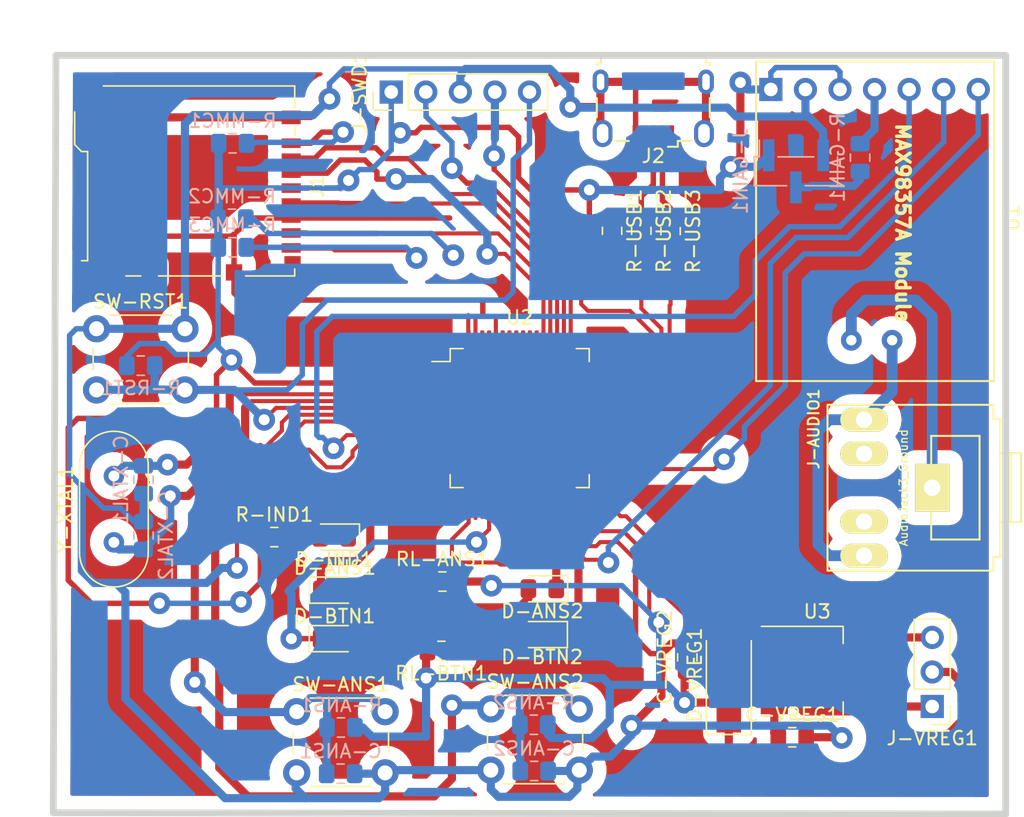
<source format=kicad_pcb>
(kicad_pcb (version 20171130) (host pcbnew 5.1.5)
  (layers (0 F.Cu signal) (31 B.Cu signal) (34 B.Paste user) (35 F.Paste user) (36 B.SilkS user) (37 F.SilkS user) (38 B.Mask user) (39 F.Mask user) (44 Edge.Cuts user))
  (net 0 "")
  (net 1 /BTN_A)
  (net 2 GND)
  (net 3 /BTN_B)
  (net 4 /LED_TRUE)
  (net 5 "Net-(D-ANS1-Pad2)")
  (net 6 /LED_FALSE)
  (net 7 /LED_A)
  (net 8 "Net-(D-BTN1-Pad2)")
  (net 9 /LED_B)
  (net 10 "Net-(D-IND1-Pad2)")
  (net 11 /LED_IND)
  (net 12 "Net-(J1-Pad1)")
  (net 13 "Net-(J1-Pad9)")
  (net 14 /MMC_NSS)
  (net 15 /MMC_MOSI)
  (net 16 VDD)
  (net 17 /MMC_SCK)
  (net 18 /MMC_MISO)
  (net 19 "Net-(J1-Pad8)")
  (net 20 "Net-(J1-Pad10)")
  (net 21 VCC)
  (net 22 "Net-(J2-Pad2)")
  (net 23 "Net-(J2-Pad3)")
  (net 24 "Net-(J2-Pad4)")
  (net 25 "Net-(J-AUDIO1-PadR)")
  (net 26 "Net-(J-AUDIO1-PadS)")
  (net 27 "Net-(J-GAIN1-Pad2)")
  (net 28 "Net-(R-GAIN1-Pad1)")
  (net 29 /USB_DP)
  (net 30 /USB_DM)
  (net 31 /DAC_DIN)
  (net 32 /DAC_BCLK)
  (net 33 /DAC_LRC)
  (net 34 "Net-(U2-Pad2)")
  (net 35 "Net-(U2-Pad3)")
  (net 36 "Net-(U2-Pad4)")
  (net 37 "Net-(U2-Pad10)")
  (net 38 "Net-(U2-Pad13)")
  (net 39 "Net-(U2-Pad14)")
  (net 40 "Net-(U2-Pad21)")
  (net 41 "Net-(U2-Pad22)")
  (net 42 "Net-(U2-Pad23)")
  (net 43 "Net-(U2-Pad24)")
  (net 44 "Net-(U2-Pad25)")
  (net 45 "Net-(U2-Pad27)")
  (net 46 "Net-(U2-Pad28)")
  (net 47 "Net-(U2-Pad30)")
  (net 48 "Net-(U2-Pad34)")
  (net 49 "Net-(U2-Pad35)")
  (net 50 "Net-(U2-Pad36)")
  (net 51 "Net-(U2-Pad37)")
  (net 52 "Net-(U2-Pad38)")
  (net 53 "Net-(U2-Pad39)")
  (net 54 "Net-(U2-Pad40)")
  (net 55 "Net-(U2-Pad41)")
  (net 56 "Net-(U2-Pad42)")
  (net 57 "Net-(U2-Pad43)")
  (net 58 "Net-(U2-Pad54)")
  (net 59 "Net-(U2-Pad55)")
  (net 60 "Net-(U2-Pad56)")
  (net 61 "Net-(U2-Pad57)")
  (net 62 "Net-(U2-Pad58)")
  (net 63 "Net-(U2-Pad59)")
  (net 64 "Net-(U2-Pad61)")
  (net 65 "Net-(U2-Pad62)")
  (net 66 /SW_CLK)
  (net 67 /SW_DIO)
  (net 68 /NRST)
  (net 69 "Net-(C-XTAL1-Pad1)")
  (net 70 "Net-(C-XTAL2-Pad1)")
  (net 71 "Net-(J2-Pad1)")
  (net 72 "Net-(D-VREG1-Pad2)")
  (module Capacitor_SMD:C_0805_2012Metric_Pad1.15x1.40mm_HandSolder (layer B.Cu) (at 89.12 87.83 180)
    (fp_text reference C-ANS1 (at 0 1.65) (layer B.SilkS) (effects (justify mirror)))
    (fp_text value C)
    (pad 2 smd roundrect (at 1.025 0 180) (size 1.15 1.4) (layers B.Cu B.Paste B.Mask) (roundrect_rratio 0.217391) (net 1 /BTN_A))
    (pad 1 smd roundrect (at -1.025 0 180) (size 1.15 1.4) (layers B.Cu B.Paste B.Mask) (roundrect_rratio 0.217391) (net 2 GND))
  )
  (module Capacitor_SMD:C_0805_2012Metric_Pad1.15x1.40mm_HandSolder (layer B.Cu) (at 103.345 87.63 180)
    (fp_text reference C-ANS2 (at 0 1.65) (layer B.SilkS) (effects (justify mirror)))
    (fp_text value C)
    (pad 1 smd roundrect (at -1.025 0 180) (size 1.15 1.4) (layers B.Cu B.Paste B.Mask) (roundrect_rratio 0.217391) (net 2 GND))
    (pad 2 smd roundrect (at 1.025 0 180) (size 1.15 1.4) (layers B.Cu B.Paste B.Mask) (roundrect_rratio 0.217391) (net 3 /BTN_B))
  )
  (module LED_SMD:LED_0805_2012Metric_Pad1.15x1.40mm_HandSolder (layer F.Cu) (at 88.695 74.33)
    (fp_text reference D-ANS1 (at 0 -1.65) (layer F.SilkS))
    (fp_text value LED)
    (pad 1 smd roundrect (at -1.025 0) (size 1.15 1.4) (layers F.Cu F.Paste F.Mask) (roundrect_rratio 0.217391) (net 4 /LED_TRUE))
    (pad 2 smd roundrect (at 1.025 0) (size 1.15 1.4) (layers F.Cu F.Paste F.Mask) (roundrect_rratio 0.217391) (net 5 "Net-(D-ANS1-Pad2)"))
  )
  (module LED_SMD:LED_0805_2012Metric_Pad1.15x1.40mm_HandSolder (layer F.Cu) (at 103.945 74.23 180)
    (fp_text reference D-ANS2 (at 0 -1.65) (layer F.SilkS))
    (fp_text value LED)
    (pad 2 smd roundrect (at 1.025 0 180) (size 1.15 1.4) (layers F.Cu F.Paste F.Mask) (roundrect_rratio 0.217391) (net 5 "Net-(D-ANS1-Pad2)"))
    (pad 1 smd roundrect (at -1.025 0 180) (size 1.15 1.4) (layers F.Cu F.Paste F.Mask) (roundrect_rratio 0.217391) (net 6 /LED_FALSE))
  )
  (module LED_SMD:LED_0805_2012Metric_Pad1.15x1.40mm_HandSolder (layer F.Cu) (at 88.675 77.9)
    (fp_text reference D-BTN1 (at 0 -1.65) (layer F.SilkS))
    (fp_text value LED)
    (pad 1 smd roundrect (at -1.025 0) (size 1.15 1.4) (layers F.Cu F.Paste F.Mask) (roundrect_rratio 0.217391) (net 7 /LED_A))
    (pad 2 smd roundrect (at 1.025 0) (size 1.15 1.4) (layers F.Cu F.Paste F.Mask) (roundrect_rratio 0.217391) (net 8 "Net-(D-BTN1-Pad2)"))
  )
  (module LED_SMD:LED_0805_2012Metric_Pad1.15x1.40mm_HandSolder (layer F.Cu) (at 103.925 77.6 180)
    (fp_text reference D-BTN2 (at 0 -1.65) (layer F.SilkS))
    (fp_text value LED)
    (pad 1 smd roundrect (at -1.025 0 180) (size 1.15 1.4) (layers F.Cu F.Paste F.Mask) (roundrect_rratio 0.217391) (net 9 /LED_B))
    (pad 2 smd roundrect (at 1.025 0 180) (size 1.15 1.4) (layers F.Cu F.Paste F.Mask) (roundrect_rratio 0.217391) (net 8 "Net-(D-BTN1-Pad2)"))
  )
  (module LED_SMD:LED_0805_2012Metric_Pad1.15x1.40mm_HandSolder (layer F.Cu) (at 88.645 70.43 180)
    (fp_text reference D-IND1 (at 0 -1.65) (layer F.SilkS))
    (fp_text value LED)
    (pad 2 smd roundrect (at 1.025 0 180) (size 1.15 1.4) (layers F.Cu F.Paste F.Mask) (roundrect_rratio 0.217391) (net 10 "Net-(D-IND1-Pad2)"))
    (pad 1 smd roundrect (at -1.025 0 180) (size 1.15 1.4) (layers F.Cu F.Paste F.Mask) (roundrect_rratio 0.217391) (net 11 /LED_IND))
  )
  (module Connector_Card:microSD_HC_Hirose_DM3BT-DSF-PEJS (layer F.Cu) (at 77.86 44.24 270)
    (fp_text reference J1 (at 0.425 -9.525 90) (layer F.SilkS))
    (fp_text value Micro_SD_Card_Det)
    (pad 1 smd rect (at -2.775 -7.625 270) (size 0.7 1.4) (layers F.Cu F.Paste F.Mask) (net 12 "Net-(J1-Pad1)"))
    (pad 11 smd rect (at -6.575 7.375 270) (size 1.5 1.9) (layers F.Cu F.Paste F.Mask) (net 2 GND))
    (pad 11 smd rect (at -4.675 -7.625 270) (size 1 1.4) (layers F.Cu F.Paste F.Mask) (net 2 GND))
    (pad 11 smd rect (at 6.725 -3.425 270) (size 1.2 1.2) (layers F.Cu F.Paste F.Mask) (net 2 GND))
    (pad 11 smd rect (at 6.725 6.375 270) (size 1.2 3.2) (layers F.Cu F.Paste F.Mask) (net 2 GND))
    (pad 9 smd rect (at 5.875 -7.725 270) (size 0.7 1.2) (layers F.Cu F.Paste F.Mask) (net 13 "Net-(J1-Pad9)"))
    (pad 2 smd rect (at -1.675 -7.625 270) (size 0.7 1.4) (layers F.Cu F.Paste F.Mask) (net 14 /MMC_NSS))
    (pad 3 smd rect (at -0.575 -7.625 270) (size 0.7 1.4) (layers F.Cu F.Paste F.Mask) (net 15 /MMC_MOSI))
    (pad 4 smd rect (at 0.525 -7.625 270) (size 0.7 1.4) (layers F.Cu F.Paste F.Mask) (net 16 VDD))
    (pad 5 smd rect (at 1.625 -7.625 270) (size 0.7 1.4) (layers F.Cu F.Paste F.Mask) (net 17 /MMC_SCK))
    (pad 6 smd rect (at 2.725 -7.625 270) (size 0.7 1.4) (layers F.Cu F.Paste F.Mask) (net 2 GND))
    (pad 7 smd rect (at 3.825 -7.625 270) (size 0.7 1.4) (layers F.Cu F.Paste F.Mask) (net 18 /MMC_MISO))
    (pad 8 smd rect (at 4.925 -7.625 270) (size 0.7 1.4) (layers F.Cu F.Paste F.Mask) (net 19 "Net-(J1-Pad8)"))
    (pad 11 smd rect (at -5.575 8.075 270) (size 0.5 0.5) (layers F.Cu F.Paste F.Mask) (net 2 GND))
    (pad 10 smd rect (at 6.725 2.775 270) (size 1.2 0.8) (layers F.Cu F.Paste F.Mask) (net 20 "Net-(J1-Pad10)"))
    (pad 11 smd rect (at -5.825 7.825 315) (size 0.2 0.2) (layers F.Cu F.Paste F.Mask) (net 2 GND))
  )
  (module Connector_USB:USB_Micro-B_Wuerth_629105150521 (layer F.Cu) (at 112.1 38.9 180)
    (fp_text reference J2 (at 0 -3.5) (layer F.SilkS))
    (fp_text value USB_B_Micro)
    (pad 1 smd rect (at -1.3 -1.9 180) (size 0.45 1.3) (layers F.Cu F.Paste F.Mask) (net 71 "Net-(J2-Pad1)"))
    (pad 2 smd rect (at -0.65 -1.9 180) (size 0.45 1.3) (layers F.Cu F.Paste F.Mask) (net 22 "Net-(J2-Pad2)"))
    (pad 3 smd rect (at 0 -1.9 180) (size 0.45 1.3) (layers F.Cu F.Paste F.Mask) (net 23 "Net-(J2-Pad3)"))
    (pad 4 smd rect (at 0.65 -1.9 180) (size 0.45 1.3) (layers F.Cu F.Paste F.Mask) (net 24 "Net-(J2-Pad4)"))
    (pad 5 smd rect (at 1.3 -1.9 180) (size 0.45 1.3) (layers F.Cu F.Paste F.Mask) (net 2 GND))
    (pad 6 thru_hole oval (at -3.725 -1.85 180) (size 1.45 2) (drill oval 0.85 1.4) (layers *.Cu *.Mask) (net 2 GND))
    (pad 6 thru_hole oval (at 3.725 -1.85 180) (size 1.45 2) (drill oval 0.85 1.4) (layers *.Cu *.Mask) (net 2 GND))
    (pad 6 thru_hole oval (at -3.875 1.95 180) (size 1.15 1.8) (drill oval 0.55 1.2) (layers *.Cu *.Mask) (net 2 GND))
    (pad 6 thru_hole oval (at 3.875 1.95 180) (size 1.15 1.8) (drill oval 0.55 1.2) (layers *.Cu *.Mask) (net 2 GND))
    (pad "" np_thru_hole oval (at -2.5 -0.8 180) (size 0.8 0.8) (drill 0.8) (layers *.Cu *.Mask))
    (pad "" np_thru_hole oval (at 2.5 -0.8 180) (size 0.8 0.8) (drill 0.8) (layers *.Cu *.Mask))
  )
  (module user:Tayda_3.5mm_stereo_TRS_jack_A-853 (layer F.Cu) (at 131 66.8 270)
    (fp_text reference J-AUDIO1 (at -4.318 7.112 90) (layer F.SilkS) (effects (font (size 0.8 0.8))))
    (fp_text value AudioJack3_Ground (at 0 0.508 90) (layer F.SilkS) (effects (font (size 0.6 0.6) (thickness 0.1))))
    (pad TD thru_hole oval (at -2.5 3.41 270) (size 1.75 3.5) (drill 1.2) (layers *.Cu *.Mask F.SilkS))
    (pad RD thru_hole oval (at 2.5 3.41 270) (size 1.75 3.5) (drill 1.2) (layers *.Cu *.Mask F.SilkS))
    (pad T thru_hole oval (at -5 3.41 270) (size 1.75 3.5) (drill 1.2) (layers *.Cu *.Mask F.SilkS) (net 25 "Net-(J-AUDIO1-PadR)"))
    (pad R thru_hole oval (at 5 3.41 270) (size 1.75 3.5) (drill 1.2) (layers *.Cu *.Mask F.SilkS) (net 25 "Net-(J-AUDIO1-PadR)"))
    (pad S thru_hole rect (at 0 -1.596 270) (size 3.5 2.5) (drill 1.2) (layers *.Cu *.Mask F.SilkS) (net 26 "Net-(J-AUDIO1-PadS)"))
  )
  (module Connector_PinHeader_2.00mm:PinHeader_1x03_P2.00mm_Vertical_SMD_Pin1Left (layer B.Cu) (at 122.58 43.53 270)
    (fp_text reference J-GAIN1 (at 0 4.06 90) (layer B.SilkS) (effects (justify mirror)))
    (fp_text value Conn_01x03_Male)
    (pad 1 smd rect (at -1.175 2 270) (size 2.35 0.85) (layers B.Cu B.Paste B.Mask) (net 16 VDD))
    (pad 3 smd rect (at -1.175 -2 270) (size 2.35 0.85) (layers B.Cu B.Paste B.Mask) (net 2 GND))
    (pad 2 smd rect (at 1.175 0 270) (size 2.35 0.85) (layers B.Cu B.Paste B.Mask) (net 27 "Net-(J-GAIN1-Pad2)"))
  )
  (module Resistor_SMD:R_0805_2012Metric_Pad1.15x1.40mm_HandSolder (layer B.Cu) (at 89.145 84.43 180)
    (fp_text reference R-ANS1 (at 0 1.65) (layer B.SilkS) (effects (justify mirror)))
    (fp_text value 10K)
    (pad 2 smd roundrect (at 1.025 0 180) (size 1.15 1.4) (layers B.Cu B.Paste B.Mask) (roundrect_rratio 0.217391) (net 1 /BTN_A))
    (pad 1 smd roundrect (at -1.025 0 180) (size 1.15 1.4) (layers B.Cu B.Paste B.Mask) (roundrect_rratio 0.217391) (net 16 VDD))
  )
  (module Resistor_SMD:R_0805_2012Metric_Pad1.15x1.40mm_HandSolder (layer B.Cu) (at 103.32 84.23 180)
    (fp_text reference R-ANS2 (at 0 1.65) (layer B.SilkS) (effects (justify mirror)))
    (fp_text value 10K)
    (pad 2 smd roundrect (at 1.025 0 180) (size 1.15 1.4) (layers B.Cu B.Paste B.Mask) (roundrect_rratio 0.217391) (net 3 /BTN_B))
    (pad 1 smd roundrect (at -1.025 0 180) (size 1.15 1.4) (layers B.Cu B.Paste B.Mask) (roundrect_rratio 0.217391) (net 16 VDD))
  )
  (module Resistor_SMD:R_0805_2012Metric_Pad1.15x1.40mm_HandSolder (layer B.Cu) (at 127.3 42.525 270)
    (fp_text reference R-GAIN1 (at 0 1.65 90) (layer B.SilkS) (effects (justify mirror)))
    (fp_text value 100K)
    (pad 1 smd roundrect (at -1.025 0 270) (size 1.15 1.4) (layers B.Cu B.Paste B.Mask) (roundrect_rratio 0.217391) (net 28 "Net-(R-GAIN1-Pad1)"))
    (pad 2 smd roundrect (at 1.025 0 270) (size 1.15 1.4) (layers B.Cu B.Paste B.Mask) (roundrect_rratio 0.217391) (net 27 "Net-(J-GAIN1-Pad2)"))
  )
  (module Resistor_SMD:R_0805_2012Metric_Pad1.15x1.40mm_HandSolder (layer F.Cu) (at 84.245 70.43)
    (fp_text reference R-IND1 (at 0 -1.65) (layer F.SilkS))
    (fp_text value 330)
    (pad 1 smd roundrect (at -1.025 0) (size 1.15 1.4) (layers F.Cu F.Paste F.Mask) (roundrect_rratio 0.217391) (net 16 VDD))
    (pad 2 smd roundrect (at 1.025 0) (size 1.15 1.4) (layers F.Cu F.Paste F.Mask) (roundrect_rratio 0.217391) (net 10 "Net-(D-IND1-Pad2)"))
  )
  (module Resistor_SMD:R_0805_2012Metric_Pad1.15x1.40mm_HandSolder (layer B.Cu) (at 81.18 41.47 180)
    (fp_text reference R-MMC1 (at 0 1.65) (layer B.SilkS) (effects (justify mirror)))
    (fp_text value 10K)
    (pad 1 smd roundrect (at -1.025 0 180) (size 1.15 1.4) (layers B.Cu B.Paste B.Mask) (roundrect_rratio 0.217391) (net 12 "Net-(J1-Pad1)"))
    (pad 2 smd roundrect (at 1.025 0 180) (size 1.15 1.4) (layers B.Cu B.Paste B.Mask) (roundrect_rratio 0.217391) (net 16 VDD))
  )
  (module Resistor_SMD:R_0805_2012Metric_Pad1.15x1.40mm_HandSolder (layer B.Cu) (at 81.13 47.02 180)
    (fp_text reference R-MMC2 (at 0 1.65) (layer B.SilkS) (effects (justify mirror)))
    (fp_text value 10K)
    (pad 1 smd roundrect (at -1.025 0 180) (size 1.15 1.4) (layers B.Cu B.Paste B.Mask) (roundrect_rratio 0.217391) (net 18 /MMC_MISO))
    (pad 2 smd roundrect (at 1.025 0 180) (size 1.15 1.4) (layers B.Cu B.Paste B.Mask) (roundrect_rratio 0.217391) (net 16 VDD))
  )
  (module Resistor_SMD:R_0805_2012Metric_Pad1.15x1.40mm_HandSolder (layer B.Cu) (at 81.155 49.12 180)
    (fp_text reference R-MMC3 (at 0 1.65 180) (layer B.SilkS) (effects (justify mirror)))
    (fp_text value 10K)
    (pad 2 smd roundrect (at 1.025 0 180) (size 1.15 1.4) (layers B.Cu B.Paste B.Mask) (roundrect_rratio 0.217391) (net 16 VDD))
    (pad 1 smd roundrect (at -1.025 0 180) (size 1.15 1.4) (layers B.Cu B.Paste B.Mask) (roundrect_rratio 0.217391) (net 19 "Net-(J1-Pad8)"))
  )
  (module Resistor_SMD:R_0805_2012Metric_Pad1.15x1.40mm_HandSolder (layer B.Cu) (at 74.43 57.82)
    (fp_text reference R-RST1 (at 0 1.65) (layer B.SilkS) (effects (justify mirror)))
    (fp_text value 10K)
    (pad 1 smd roundrect (at -1.025 0) (size 1.15 1.4) (layers B.Cu B.Paste B.Mask) (roundrect_rratio 0.217391) (net 16 VDD))
    (pad 2 smd roundrect (at 1.025 0) (size 1.15 1.4) (layers B.Cu B.Paste B.Mask) (roundrect_rratio 0.217391) (net 68 /NRST))
  )
  (module Resistor_SMD:R_0805_2012Metric_Pad1.15x1.40mm_HandSolder (layer F.Cu) (at 109.07 47.905 270)
    (fp_text reference R-USB1 (at 0 -1.65 90) (layer F.SilkS))
    (fp_text value 4K7)
    (pad 2 smd roundrect (at 1.025 0 270) (size 1.15 1.4) (layers F.Cu F.Paste F.Mask) (roundrect_rratio 0.217391) (net 16 VDD))
    (pad 1 smd roundrect (at -1.025 0 270) (size 1.15 1.4) (layers F.Cu F.Paste F.Mask) (roundrect_rratio 0.217391) (net 23 "Net-(J2-Pad3)"))
  )
  (module Resistor_SMD:R_0805_2012Metric_Pad1.15x1.40mm_HandSolder (layer F.Cu) (at 111.22 47.905 270)
    (fp_text reference R-USB2 (at 0 -1.65 90) (layer F.SilkS))
    (fp_text value 68)
    (pad 2 smd roundrect (at 1.025 0 270) (size 1.15 1.4) (layers F.Cu F.Paste F.Mask) (roundrect_rratio 0.217391) (net 29 /USB_DP))
    (pad 1 smd roundrect (at -1.025 0 270) (size 1.15 1.4) (layers F.Cu F.Paste F.Mask) (roundrect_rratio 0.217391) (net 23 "Net-(J2-Pad3)"))
  )
  (module Resistor_SMD:R_0805_2012Metric_Pad1.15x1.40mm_HandSolder (layer F.Cu) (at 113.37 47.93 270)
    (fp_text reference R-USB3 (at 0 -1.65 90) (layer F.SilkS))
    (fp_text value 68)
    (pad 1 smd roundrect (at -1.025 0 270) (size 1.15 1.4) (layers F.Cu F.Paste F.Mask) (roundrect_rratio 0.217391) (net 22 "Net-(J2-Pad2)"))
    (pad 2 smd roundrect (at 1.025 0 270) (size 1.15 1.4) (layers F.Cu F.Paste F.Mask) (roundrect_rratio 0.217391) (net 30 /USB_DM))
  )
  (module Resistor_SMD:R_0805_2012Metric_Pad1.15x1.40mm_HandSolder (layer F.Cu) (at 96.6 73.7)
    (fp_text reference RL-ANS1 (at 0 -1.65) (layer F.SilkS))
    (fp_text value 330)
    (pad 1 smd roundrect (at -1.025 0) (size 1.15 1.4) (layers F.Cu F.Paste F.Mask) (roundrect_rratio 0.217391) (net 5 "Net-(D-ANS1-Pad2)"))
    (pad 2 smd roundrect (at 1.025 0) (size 1.15 1.4) (layers F.Cu F.Paste F.Mask) (roundrect_rratio 0.217391) (net 16 VDD))
  )
  (module Resistor_SMD:R_0805_2012Metric_Pad1.15x1.40mm_HandSolder (layer F.Cu) (at 96.525 78.8 180)
    (fp_text reference RL-BTN1 (at 0 -1.65) (layer F.SilkS))
    (fp_text value 330)
    (pad 2 smd roundrect (at 1.025 0 180) (size 1.15 1.4) (layers F.Cu F.Paste F.Mask) (roundrect_rratio 0.217391) (net 16 VDD))
    (pad 1 smd roundrect (at -1.025 0 180) (size 1.15 1.4) (layers F.Cu F.Paste F.Mask) (roundrect_rratio 0.217391) (net 8 "Net-(D-BTN1-Pad2)"))
  )
  (module Button_Switch_THT:SW_PUSH_6mm (layer F.Cu) (at 85.89 83.27)
    (fp_text reference SW-ANS1 (at 3.25 -2) (layer F.SilkS))
    (fp_text value SW_Push)
    (pad 1 thru_hole circle (at 6.5 0 90) (size 2 2) (drill 1.1) (layers *.Cu *.Mask) (net 1 /BTN_A))
    (pad 2 thru_hole circle (at 6.5 4.5 90) (size 2 2) (drill 1.1) (layers *.Cu *.Mask) (net 2 GND))
    (pad 1 thru_hole circle (at 0 0 90) (size 2 2) (drill 1.1) (layers *.Cu *.Mask) (net 1 /BTN_A))
    (pad 2 thru_hole circle (at 0 4.5 90) (size 2 2) (drill 1.1) (layers *.Cu *.Mask) (net 2 GND))
  )
  (module Button_Switch_THT:SW_PUSH_6mm (layer F.Cu) (at 100.16 83.07)
    (fp_text reference SW-ANS2 (at 3.25 -2) (layer F.SilkS))
    (fp_text value SW_Push)
    (pad 2 thru_hole circle (at 0 4.5 90) (size 2 2) (drill 1.1) (layers *.Cu *.Mask) (net 2 GND))
    (pad 1 thru_hole circle (at 0 0 90) (size 2 2) (drill 1.1) (layers *.Cu *.Mask) (net 3 /BTN_B))
    (pad 2 thru_hole circle (at 6.5 4.5 90) (size 2 2) (drill 1.1) (layers *.Cu *.Mask) (net 2 GND))
    (pad 1 thru_hole circle (at 6.5 0 90) (size 2 2) (drill 1.1) (layers *.Cu *.Mask) (net 3 /BTN_B))
  )
  (module Button_Switch_THT:SW_PUSH_6mm (layer F.Cu) (at 71.18 55.11)
    (fp_text reference SW-RST1 (at 3.25 -2) (layer F.SilkS))
    (fp_text value SW_Push)
    (pad 2 thru_hole circle (at 0 4.5 90) (size 2 2) (drill 1.1) (layers *.Cu *.Mask) (net 68 /NRST))
    (pad 1 thru_hole circle (at 0 0 90) (size 2 2) (drill 1.1) (layers *.Cu *.Mask) (net 2 GND))
    (pad 2 thru_hole circle (at 6.5 4.5 90) (size 2 2) (drill 1.1) (layers *.Cu *.Mask) (net 68 /NRST))
    (pad 1 thru_hole circle (at 6.5 0 90) (size 2 2) (drill 1.1) (layers *.Cu *.Mask) (net 2 GND))
  )
  (module dacmax98:dacmax98357 (layer F.Cu) (at 128.154999 46.955001 270)
    (fp_text reference U1 (at 0 -10.33 90) (layer F.SilkS))
    (fp_text value MAX98357_DAC)
    (pad 1 thru_hole rect (at -9.44361 7.412888 90) (size 1.7 1.7) (drill 1) (layers *.Cu *.Mask) (net 16 VDD))
    (pad 2 thru_hole oval (at -9.44361 4.872888 90) (size 1.7 1.7) (drill 1) (layers *.Cu *.Mask) (net 2 GND))
    (pad 3 thru_hole oval (at -9.44361 2.332888 90) (size 1.7 1.7) (drill 1) (layers *.Cu *.Mask) (net 16 VDD))
    (pad 4 thru_hole oval (at -9.44361 -0.207112 90) (size 1.7 1.7) (drill 1) (layers *.Cu *.Mask) (net 28 "Net-(R-GAIN1-Pad1)"))
    (pad 5 thru_hole oval (at -9.44361 -2.747112 90) (size 1.7 1.7) (drill 1) (layers *.Cu *.Mask) (net 31 /DAC_DIN))
    (pad 6 thru_hole oval (at -9.44361 -5.287112 90) (size 1.7 1.7) (drill 1) (layers *.Cu *.Mask) (net 32 /DAC_BCLK))
    (pad 7 thru_hole oval (at -9.44361 -7.827112 90) (size 1.7 1.7) (drill 1) (layers *.Cu *.Mask) (net 33 /DAC_LRC))
    (pad 8 thru_hole circle (at 9 1.5 270) (size 1.524 1.524) (drill 0.762) (layers *.Cu *.Mask) (net 26 "Net-(J-AUDIO1-PadS)"))
    (pad 9 thru_hole circle (at 9 -1.5 270) (size 1.524 1.524) (drill 0.762) (layers *.Cu *.Mask) (net 25 "Net-(J-AUDIO1-PadR)"))
  )
  (module Package_QFP:LQFP-64_10x10mm_P0.5mm (layer F.Cu) (at 102.28 61.68)
    (fp_text reference U2 (at 0 -7.4) (layer F.SilkS))
    (fp_text value STM32F401RETx)
    (pad 1 smd roundrect (at -5.675 -3.75) (size 1.55 0.3) (layers F.Cu F.Paste F.Mask) (net 16 VDD))
    (pad 2 smd roundrect (at -5.675 -3.25) (size 1.55 0.3) (layers F.Cu F.Paste F.Mask) (net 34 "Net-(U2-Pad2)"))
    (pad 3 smd roundrect (at -5.675 -2.75) (size 1.55 0.3) (layers F.Cu F.Paste F.Mask) (net 35 "Net-(U2-Pad3)"))
    (pad 4 smd roundrect (at -5.675 -2.25) (size 1.55 0.3) (layers F.Cu F.Paste F.Mask) (net 36 "Net-(U2-Pad4)"))
    (pad 5 smd roundrect (at -5.675 -1.75) (size 1.55 0.3) (layers F.Cu F.Paste F.Mask) (net 69 "Net-(C-XTAL1-Pad1)"))
    (pad 6 smd roundrect (at -5.675 -1.25) (size 1.55 0.3) (layers F.Cu F.Paste F.Mask) (net 70 "Net-(C-XTAL2-Pad1)"))
    (pad 7 smd roundrect (at -5.675 -0.75) (size 1.55 0.3) (layers F.Cu F.Paste F.Mask) (net 68 /NRST))
    (pad 8 smd roundrect (at -5.675 -0.25) (size 1.55 0.3) (layers F.Cu F.Paste F.Mask) (net 1 /BTN_A))
    (pad 9 smd roundrect (at -5.675 0.25) (size 1.55 0.3) (layers F.Cu F.Paste F.Mask) (net 3 /BTN_B))
    (pad 10 smd roundrect (at -5.675 0.75) (size 1.55 0.3) (layers F.Cu F.Paste F.Mask) (net 37 "Net-(U2-Pad10)"))
    (pad 11 smd roundrect (at -5.675 1.25) (size 1.55 0.3) (layers F.Cu F.Paste F.Mask) (net 31 /DAC_DIN))
    (pad 12 smd roundrect (at -5.675 1.75) (size 1.55 0.3) (layers F.Cu F.Paste F.Mask) (net 2 GND))
    (pad 13 smd roundrect (at -5.675 2.25) (size 1.55 0.3) (layers F.Cu F.Paste F.Mask) (net 38 "Net-(U2-Pad13)"))
    (pad 14 smd roundrect (at -5.675 2.75) (size 1.55 0.3) (layers F.Cu F.Paste F.Mask) (net 39 "Net-(U2-Pad14)"))
    (pad 15 smd roundrect (at -5.675 3.25) (size 1.55 0.3) (layers F.Cu F.Paste F.Mask) (net 11 /LED_IND))
    (pad 16 smd roundrect (at -5.675 3.75) (size 1.55 0.3) (layers F.Cu F.Paste F.Mask) (net 4 /LED_TRUE))
    (pad 17 smd roundrect (at -3.75 5.675) (size 0.3 1.55) (layers F.Cu F.Paste F.Mask) (net 6 /LED_FALSE))
    (pad 18 smd roundrect (at -3.25 5.675) (size 0.3 1.55) (layers F.Cu F.Paste F.Mask) (net 2 GND))
    (pad 19 smd roundrect (at -2.75 5.675) (size 0.3 1.55) (layers F.Cu F.Paste F.Mask) (net 16 VDD))
    (pad 20 smd roundrect (at -2.25 5.675) (size 0.3 1.55) (layers F.Cu F.Paste F.Mask) (net 7 /LED_A))
    (pad 21 smd roundrect (at -1.75 5.675) (size 0.3 1.55) (layers F.Cu F.Paste F.Mask) (net 40 "Net-(U2-Pad21)"))
    (pad 22 smd roundrect (at -1.25 5.675) (size 0.3 1.55) (layers F.Cu F.Paste F.Mask) (net 41 "Net-(U2-Pad22)"))
    (pad 23 smd roundrect (at -0.75 5.675) (size 0.3 1.55) (layers F.Cu F.Paste F.Mask) (net 42 "Net-(U2-Pad23)"))
    (pad 24 smd roundrect (at -0.25 5.675) (size 0.3 1.55) (layers F.Cu F.Paste F.Mask) (net 43 "Net-(U2-Pad24)"))
    (pad 25 smd roundrect (at 0.25 5.675) (size 0.3 1.55) (layers F.Cu F.Paste F.Mask) (net 44 "Net-(U2-Pad25)"))
    (pad 26 smd roundrect (at 0.75 5.675) (size 0.3 1.55) (layers F.Cu F.Paste F.Mask) (net 9 /LED_B))
    (pad 27 smd roundrect (at 1.25 5.675) (size 0.3 1.55) (layers F.Cu F.Paste F.Mask) (net 45 "Net-(U2-Pad27)"))
    (pad 28 smd roundrect (at 1.75 5.675) (size 0.3 1.55) (layers F.Cu F.Paste F.Mask) (net 46 "Net-(U2-Pad28)"))
    (pad 29 smd roundrect (at 2.25 5.675) (size 0.3 1.55) (layers F.Cu F.Paste F.Mask) (net 32 /DAC_BCLK))
    (pad 30 smd roundrect (at 2.75 5.675) (size 0.3 1.55) (layers F.Cu F.Paste F.Mask) (net 47 "Net-(U2-Pad30)"))
    (pad 31 smd roundrect (at 3.25 5.675) (size 0.3 1.55) (layers F.Cu F.Paste F.Mask) (net 2 GND))
    (pad 32 smd roundrect (at 3.75 5.675) (size 0.3 1.55) (layers F.Cu F.Paste F.Mask) (net 16 VDD))
    (pad 33 smd roundrect (at 5.675 3.75) (size 1.55 0.3) (layers F.Cu F.Paste F.Mask) (net 33 /DAC_LRC))
    (pad 34 smd roundrect (at 5.675 3.25) (size 1.55 0.3) (layers F.Cu F.Paste F.Mask) (net 48 "Net-(U2-Pad34)"))
    (pad 35 smd roundrect (at 5.675 2.75) (size 1.55 0.3) (layers F.Cu F.Paste F.Mask) (net 49 "Net-(U2-Pad35)"))
    (pad 36 smd roundrect (at 5.675 2.25) (size 1.55 0.3) (layers F.Cu F.Paste F.Mask) (net 50 "Net-(U2-Pad36)"))
    (pad 37 smd roundrect (at 5.675 1.75) (size 1.55 0.3) (layers F.Cu F.Paste F.Mask) (net 51 "Net-(U2-Pad37)"))
    (pad 38 smd roundrect (at 5.675 1.25) (size 1.55 0.3) (layers F.Cu F.Paste F.Mask) (net 52 "Net-(U2-Pad38)"))
    (pad 39 smd roundrect (at 5.675 0.75) (size 1.55 0.3) (layers F.Cu F.Paste F.Mask) (net 53 "Net-(U2-Pad39)"))
    (pad 40 smd roundrect (at 5.675 0.25) (size 1.55 0.3) (layers F.Cu F.Paste F.Mask) (net 54 "Net-(U2-Pad40)"))
    (pad 41 smd roundrect (at 5.675 -0.25) (size 1.55 0.3) (layers F.Cu F.Paste F.Mask) (net 55 "Net-(U2-Pad41)"))
    (pad 42 smd roundrect (at 5.675 -0.75) (size 1.55 0.3) (layers F.Cu F.Paste F.Mask) (net 56 "Net-(U2-Pad42)"))
    (pad 43 smd roundrect (at 5.675 -1.25) (size 1.55 0.3) (layers F.Cu F.Paste F.Mask) (net 57 "Net-(U2-Pad43)"))
    (pad 44 smd roundrect (at 5.675 -1.75) (size 1.55 0.3) (layers F.Cu F.Paste F.Mask) (net 30 /USB_DM))
    (pad 45 smd roundrect (at 5.675 -2.25) (size 1.55 0.3) (layers F.Cu F.Paste F.Mask) (net 29 /USB_DP))
    (pad 46 smd roundrect (at 5.675 -2.75) (size 1.55 0.3) (layers F.Cu F.Paste F.Mask) (net 67 /SW_DIO))
    (pad 47 smd roundrect (at 5.675 -3.25) (size 1.55 0.3) (layers F.Cu F.Paste F.Mask) (net 2 GND))
    (pad 48 smd roundrect (at 5.675 -3.75) (size 1.55 0.3) (layers F.Cu F.Paste F.Mask) (net 16 VDD))
    (pad 49 smd roundrect (at 3.75 -5.675) (size 0.3 1.55) (layers F.Cu F.Paste F.Mask) (net 66 /SW_CLK))
    (pad 50 smd roundrect (at 3.25 -5.675) (size 0.3 1.55) (layers F.Cu F.Paste F.Mask) (net 14 /MMC_NSS))
    (pad 51 smd roundrect (at 2.75 -5.675) (size 0.3 1.55) (layers F.Cu F.Paste F.Mask) (net 17 /MMC_SCK))
    (pad 52 smd roundrect (at 2.25 -5.675) (size 0.3 1.55) (layers F.Cu F.Paste F.Mask) (net 18 /MMC_MISO))
    (pad 53 smd roundrect (at 1.75 -5.675) (size 0.3 1.55) (layers F.Cu F.Paste F.Mask) (net 15 /MMC_MOSI))
    (pad 54 smd roundrect (at 1.25 -5.675) (size 0.3 1.55) (layers F.Cu F.Paste F.Mask) (net 58 "Net-(U2-Pad54)"))
    (pad 55 smd roundrect (at 0.75 -5.675) (size 0.3 1.55) (layers F.Cu F.Paste F.Mask) (net 59 "Net-(U2-Pad55)"))
    (pad 56 smd roundrect (at 0.25 -5.675) (size 0.3 1.55) (layers F.Cu F.Paste F.Mask) (net 60 "Net-(U2-Pad56)"))
    (pad 57 smd roundrect (at -0.25 -5.675) (size 0.3 1.55) (layers F.Cu F.Paste F.Mask) (net 61 "Net-(U2-Pad57)"))
    (pad 58 smd roundrect (at -0.75 -5.675) (size 0.3 1.55) (layers F.Cu F.Paste F.Mask) (net 62 "Net-(U2-Pad58)"))
    (pad 59 smd roundrect (at -1.25 -5.675) (size 0.3 1.55) (layers F.Cu F.Paste F.Mask) (net 63 "Net-(U2-Pad59)"))
    (pad 60 smd roundrect (at -1.75 -5.675) (size 0.3 1.55) (layers F.Cu F.Paste F.Mask) (net 2 GND))
    (pad 61 smd roundrect (at -2.25 -5.675) (size 0.3 1.55) (layers F.Cu F.Paste F.Mask) (net 64 "Net-(U2-Pad61)"))
    (pad 62 smd roundrect (at -2.75 -5.675) (size 0.3 1.55) (layers F.Cu F.Paste F.Mask) (net 65 "Net-(U2-Pad62)"))
    (pad 63 smd roundrect (at -3.25 -5.675) (size 0.3 1.55) (layers F.Cu F.Paste F.Mask) (net 2 GND))
    (pad 64 smd roundrect (at -3.75 -5.675) (size 0.3 1.55) (layers F.Cu F.Paste F.Mask) (net 16 VDD))
  )
  (module Connector_PinHeader_2.54mm:PinHeader_1x05_P2.54mm_Vertical (layer F.Cu) (at 92.84 37.7 90)
    (fp_text reference J-SWD1 (at 0 -2.33 90) (layer F.SilkS))
    (fp_text value Conn_01x05_Male)
    (pad 1 thru_hole rect (at 0 0 90) (size 1.7 1.7) (drill 1) (layers *.Cu *.Mask) (net 16 VDD))
    (pad 2 thru_hole oval (at 0 2.54 90) (size 1.7 1.7) (drill 1) (layers *.Cu *.Mask) (net 66 /SW_CLK))
    (pad 3 thru_hole oval (at 0 5.08 90) (size 1.7 1.7) (drill 1) (layers *.Cu *.Mask) (net 2 GND))
    (pad 4 thru_hole oval (at 0 7.62 90) (size 1.7 1.7) (drill 1) (layers *.Cu *.Mask) (net 67 /SW_DIO))
    (pad 5 thru_hole oval (at 0 10.16 90) (size 1.7 1.7) (drill 1) (layers *.Cu *.Mask) (net 68 /NRST))
  )
  (module Capacitor_SMD:C_0805_2012Metric_Pad1.15x1.40mm_HandSolder (layer B.Cu) (at 74.63 66.215 270)
    (fp_text reference C-XTAL1 (at 0 1.65 90) (layer B.SilkS) (effects (justify mirror)))
    (fp_text value C)
    (pad 1 smd roundrect (at -1.025 0 270) (size 1.15 1.4) (layers B.Cu B.Paste B.Mask) (roundrect_rratio 0.217391) (net 69 "Net-(C-XTAL1-Pad1)"))
    (pad 2 smd roundrect (at 1.025 0 270) (size 1.15 1.4) (layers B.Cu B.Paste B.Mask) (roundrect_rratio 0.217391) (net 2 GND))
  )
  (module Capacitor_SMD:C_0805_2012Metric_Pad1.15x1.40mm_HandSolder (layer B.Cu) (at 74.63 70.315 90)
    (fp_text reference C-XTAL2 (at 0 1.65 270) (layer B.SilkS) (effects (justify mirror)))
    (fp_text value C)
    (pad 2 smd roundrect (at 1.025 0 90) (size 1.15 1.4) (layers B.Cu B.Paste B.Mask) (roundrect_rratio 0.217391) (net 2 GND))
    (pad 1 smd roundrect (at -1.025 0 90) (size 1.15 1.4) (layers B.Cu B.Paste B.Mask) (roundrect_rratio 0.217391) (net 70 "Net-(C-XTAL2-Pad1)"))
  )
  (module Crystal:Crystal_HC49-4H_Vertical (layer F.Cu) (at 72.455001 70.814999 90)
    (fp_text reference Y-XTAL1 (at 2.44 -3.525 90) (layer F.SilkS))
    (fp_text value 16MHz)
    (pad 1 thru_hole circle (at 0 0 90) (size 1.5 1.5) (drill 0.8) (layers *.Cu *.Mask) (net 70 "Net-(C-XTAL2-Pad1)"))
    (pad 2 thru_hole circle (at 4.88 0 90) (size 1.5 1.5) (drill 0.8) (layers *.Cu *.Mask) (net 69 "Net-(C-XTAL1-Pad1)"))
  )
  (module Capacitor_SMD:C_0805_2012Metric_Pad1.15x1.40mm_HandSolder (layer F.Cu) (at 122.31 85.15)
    (fp_text reference C-VREG1 (at 0 -1.65) (layer F.SilkS))
    (fp_text value C)
    (pad 2 smd roundrect (at 1.025 0) (size 1.15 1.4) (layers F.Cu F.Paste F.Mask) (roundrect_rratio 0.217391) (net 2 GND))
    (pad 1 smd roundrect (at -1.025 0) (size 1.15 1.4) (layers F.Cu F.Paste F.Mask) (roundrect_rratio 0.217391) (net 21 VCC))
  )
  (module Capacitor_SMD:C_0805_2012Metric_Pad1.15x1.40mm_HandSolder (layer F.Cu) (at 114.6 79.275 90)
    (fp_text reference C-VREG2 (at 0 -1.65 90) (layer F.SilkS))
    (fp_text value C)
    (pad 2 smd roundrect (at 1.025 0 90) (size 1.15 1.4) (layers F.Cu F.Paste F.Mask) (roundrect_rratio 0.217391) (net 2 GND))
    (pad 1 smd roundrect (at -1.025 0 90) (size 1.15 1.4) (layers F.Cu F.Paste F.Mask) (roundrect_rratio 0.217391) (net 16 VDD))
  )
  (module Package_TO_SOT_SMD:SOT-223-3_TabPin2 (layer F.Cu) (at 124.145001 80.405001)
    (fp_text reference U3 (at 0 -4.5) (layer F.SilkS))
    (fp_text value AMS1117-3.3)
    (pad 2 smd rect (at 3.15 0) (size 2 3.8) (layers F.Cu F.Paste F.Mask) (net 72 "Net-(D-VREG1-Pad2)"))
    (pad 2 smd rect (at -3.15 0) (size 2 1.5) (layers F.Cu F.Paste F.Mask) (net 72 "Net-(D-VREG1-Pad2)"))
    (pad 3 smd rect (at -3.15 2.3) (size 2 1.5) (layers F.Cu F.Paste F.Mask) (net 21 VCC))
    (pad 1 smd rect (at -3.15 -2.3) (size 2 1.5) (layers F.Cu F.Paste F.Mask) (net 2 GND))
  )
  (module Connector_PinHeader_2.54mm:PinHeader_1x03_P2.54mm_Vertical (layer F.Cu) (at 132.6 82.89 180)
    (fp_text reference J-VREG1 (at 0 -2.33) (layer F.SilkS))
    (fp_text value Conn_01x03_Male)
    (pad 1 thru_hole rect (at 0 0 180) (size 1.7 1.7) (drill 1) (layers *.Cu *.Mask) (net 21 VCC))
    (pad 2 thru_hole oval (at 0 2.54 180) (size 1.7 1.7) (drill 1) (layers *.Cu *.Mask) (net 16 VDD))
    (pad 3 thru_hole oval (at 0 5.08 180) (size 1.7 1.7) (drill 1) (layers *.Cu *.Mask) (net 2 GND))
  )
  (module Diode_SMD:D_SMA_Handsoldering (layer F.Cu) (at 117.65 80.55 90)
    (fp_text reference D-VREG1 (at 0 -2.5 90) (layer F.SilkS))
    (fp_text value D)
    (pad 1 smd rect (at -2.5 0 90) (size 3.5 1.8) (layers F.Cu F.Paste F.Mask) (net 16 VDD))
    (pad 2 smd rect (at 2.5 0 90) (size 3.5 1.8) (layers F.Cu F.Paste F.Mask) (net 72 "Net-(D-VREG1-Pad2)"))
  )
  (gr_line (start 68 90.7) (end 68.2 35) (layer Edge.Cuts) (width 0.5))
  (gr_line (start 138 90.8) (end 68 90.7) (layer Edge.Cuts) (width 0.5))
  (gr_line (start 138 35) (end 138 90.8) (layer Edge.Cuts) (width 0.5))
  (gr_line (start 68.2 35) (end 138 35) (layer Edge.Cuts) (width 0.5))
  (gr_text "MAX98357A Module" (at 130.43 47.33 270) (layer F.SilkS) (effects (font (size 1 1) (thickness 0.25))))
  (segment (start 92.39 83.27) (end 91.390001 82.270001) (width 0.6) (layer B.Cu) (net 1))
  (segment (start 86.889999 82.270001) (end 85.89 83.27) (width 0.6) (layer B.Cu) (net 1))
  (segment (start 88.12 84.43) (end 88.12 82.23) (width 0.6) (layer B.Cu) (net 1))
  (segment (start 91.390001 82.270001) (end 88.12 82.23) (width 0.6) (layer B.Cu) (net 1))
  (segment (start 88.12 82.23) (end 86.889999 82.270001) (width 0.6) (layer B.Cu) (net 1))
  (segment (start 88.095 84.455) (end 88.12 84.43) (width 0.6) (layer B.Cu) (net 1))
  (segment (start 88.095 87.83) (end 88.095 84.455) (width 0.6) (layer B.Cu) (net 1))
  (segment (start 96.605 61.43) (end 85.37 61.43) (width 0.3) (layer F.Cu) (net 1))
  (segment (start 85.37 61.43) (end 84.8 62) (width 0.3) (layer F.Cu) (net 1))
  (segment (start 84.8 62) (end 84.8 62.6) (width 0.3) (layer F.Cu) (net 1))
  (segment (start 84.8 62.6) (end 83.6 63.8) (width 0.3) (layer F.Cu) (net 1))
  (segment (start 83.2 63.8) (end 78.4 68.6) (width 0.6) (layer F.Cu) (net 1))
  (segment (start 78.4 68.6) (end 78.4 81.1) (width 0.6) (layer F.Cu) (net 1))
  (segment (start 80.6 83.3) (end 78.4 81.1) (width 0.6) (layer B.Cu) (net 1))
  (segment (start 85.86 83.3) (end 80.6 83.3) (width 0.6) (layer B.Cu) (net 1))
  (segment (start 85.89 83.27) (end 85.86 83.3) (width 0.6) (layer B.Cu) (net 1))
  (via (at 78.4 81.1) (size 1.6) (drill 0.8) (layers F.Cu B.Cu) (net 1))
  (segment (start 83.6 63.8) (end 83.2 63.8) (width 0.3) (layer F.Cu) (net 1))
  (segment (start 100.16 88.984213) (end 100.705787 89.53) (width 0.6) (layer B.Cu) (net 2))
  (segment (start 100.16 87.57) (end 100.16 88.984213) (width 0.6) (layer B.Cu) (net 2))
  (segment (start 100.705787 89.53) (end 105.92 89.53) (width 0.6) (layer B.Cu) (net 2))
  (segment (start 105.92 89.53) (end 106.52 88.93) (width 0.6) (layer B.Cu) (net 2))
  (segment (start 106.52 87.71) (end 106.66 87.57) (width 0.6) (layer B.Cu) (net 2))
  (segment (start 106.52 88.93) (end 106.52 87.71) (width 0.6) (layer B.Cu) (net 2))
  (segment (start 106.6 87.63) (end 106.66 87.57) (width 0.6) (layer B.Cu) (net 2))
  (segment (start 104.37 87.63) (end 106.6 87.63) (width 0.6) (layer B.Cu) (net 2))
  (segment (start 92.39 89.184213) (end 91.944213 89.63) (width 0.6) (layer B.Cu) (net 2))
  (segment (start 92.39 87.77) (end 92.39 89.184213) (width 0.6) (layer B.Cu) (net 2))
  (segment (start 91.944213 89.63) (end 86.52 89.63) (width 0.6) (layer B.Cu) (net 2))
  (segment (start 86.52 89.63) (end 85.82 88.93) (width 0.6) (layer B.Cu) (net 2))
  (segment (start 85.82 87.84) (end 85.89 87.77) (width 0.6) (layer B.Cu) (net 2))
  (segment (start 85.82 88.93) (end 85.82 87.84) (width 0.6) (layer B.Cu) (net 2))
  (segment (start 92.33 87.83) (end 92.39 87.77) (width 0.6) (layer B.Cu) (net 2))
  (segment (start 90.145 87.83) (end 92.33 87.83) (width 0.6) (layer B.Cu) (net 2))
  (segment (start 77.68 55.11) (end 71.18 55.11) (width 0.6) (layer B.Cu) (net 2))
  (segment (start 74.63 69.29) (end 74.63 67.24) (width 0.6) (layer B.Cu) (net 2))
  (segment (start 114.694999 78.155001) (end 114.6 78.25) (width 0.6) (layer F.Cu) (net 2))
  (segment (start 124.58 42.355) (end 124.58 40.58) (width 0.6) (layer B.Cu) (net 2))
  (segment (start 123.282111 39.282111) (end 123.282111 37.511391) (width 0.6) (layer B.Cu) (net 2))
  (segment (start 115.975 40.6) (end 115.825 40.75) (width 0.6) (layer F.Cu) (net 2))
  (segment (start 115.975 36.95) (end 115.975 40.6) (width 0.6) (layer F.Cu) (net 2))
  (segment (start 108.225 40.6) (end 108.375 40.75) (width 0.6) (layer F.Cu) (net 2))
  (segment (start 110.8 40.8) (end 110.8 37.3) (width 0.4) (layer F.Cu) (net 2))
  (segment (start 110.45 36.95) (end 108.225 36.95) (width 0.4) (layer F.Cu) (net 2))
  (segment (start 110.8 37.3) (end 110.45 36.95) (width 0.4) (layer F.Cu) (net 2))
  (segment (start 108.225 36.95) (end 115.975 36.95) (width 0.6) (layer F.Cu) (net 2))
  (segment (start 123.5 39.5) (end 118.3 39.5) (width 0.6) (layer B.Cu) (net 2))
  (segment (start 123.5 39.5) (end 123.282111 39.282111) (width 0.6) (layer B.Cu) (net 2))
  (segment (start 124.58 40.58) (end 123.5 39.5) (width 0.6) (layer B.Cu) (net 2))
  (segment (start 118.3 39.5) (end 118.2 39.5) (width 0.6) (layer B.Cu) (net 2))
  (segment (start 117.549999 38.849999) (end 106.550001 38.849999) (width 0.6) (layer B.Cu) (net 2))
  (segment (start 118.2 39.5) (end 117.549999 38.849999) (width 0.6) (layer B.Cu) (net 2))
  (segment (start 106.550001 38.849999) (end 106.049999 38.849999) (width 0.6) (layer B.Cu) (net 2))
  (via (at 106 38.8) (size 1.6) (drill 0.8) (layers F.Cu B.Cu) (net 2))
  (segment (start 106.049999 38.849999) (end 106 38.8) (width 0.6) (layer B.Cu) (net 2))
  (segment (start 106 38.8) (end 107.13137 38.8) (width 0.6) (layer F.Cu) (net 2))
  (segment (start 108.225 36.95) (end 108.2 38.8) (width 0.6) (layer F.Cu) (net 2))
  (segment (start 107.13137 38.8) (end 108.2 38.8) (width 0.6) (layer F.Cu) (net 2))
  (segment (start 108.2 38.8) (end 108.225 40.6) (width 0.6) (layer F.Cu) (net 2))
  (segment (start 85.485 46.965) (end 97.135 46.965) (width 0.4) (layer F.Cu) (net 2))
  (segment (start 85.485 46.965) (end 82.635 46.965) (width 0.4) (layer F.Cu) (net 2))
  (segment (start 81.285 48.315) (end 81.285 50.965) (width 0.4) (layer F.Cu) (net 2))
  (segment (start 73.15 48.3) (end 81.1 48.3) (width 0.4) (layer F.Cu) (net 2))
  (segment (start 71.485 50.965) (end 71.485 49.965) (width 0.4) (layer F.Cu) (net 2))
  (segment (start 82.635 46.965) (end 81.1 48.3) (width 0.4) (layer F.Cu) (net 2))
  (segment (start 71.485 49.965) (end 73.15 48.3) (width 0.4) (layer F.Cu) (net 2))
  (segment (start 81.1 48.3) (end 81.285 48.315) (width 0.4) (layer F.Cu) (net 2))
  (segment (start 71.035 39.565) (end 70.485 39.015) (width 0.6) (layer F.Cu) (net 2))
  (segment (start 70.485 39.015) (end 70.485 37.665) (width 0.6) (layer F.Cu) (net 2))
  (segment (start 85.485 39.565) (end 71.035 39.565) (width 0.6) (layer F.Cu) (net 2))
  (segment (start 71.485 40.015) (end 70.485 39.015) (width 0.6) (layer F.Cu) (net 2))
  (segment (start 71.485 50.965) (end 71.485 40.015) (width 0.6) (layer F.Cu) (net 2))
  (segment (start 92.59 87.57) (end 92.39 87.77) (width 0.6) (layer B.Cu) (net 2))
  (segment (start 100.16 87.57) (end 92.59 87.57) (width 0.6) (layer B.Cu) (net 2))
  (segment (start 122.595001 78.105001) (end 122.650002 78.05) (width 0.6) (layer F.Cu) (net 2))
  (segment (start 120.995001 78.105001) (end 122.595001 78.105001) (width 0.6) (layer F.Cu) (net 2))
  (segment (start 122.650002 78.05) (end 124.9 78.05) (width 0.6) (layer F.Cu) (net 2))
  (segment (start 124.9 78.05) (end 125.6 77.35) (width 0.6) (layer F.Cu) (net 2))
  (segment (start 125.6 77.35) (end 129.8 77.35) (width 0.6) (layer F.Cu) (net 2))
  (segment (start 130.26 77.81) (end 132.6 77.81) (width 0.6) (layer F.Cu) (net 2))
  (segment (start 129.8 77.35) (end 130.26 77.81) (width 0.6) (layer F.Cu) (net 2))
  (segment (start 107.659999 86.570001) (end 108.929999 86.570001) (width 0.6) (layer B.Cu) (net 2))
  (segment (start 106.66 87.57) (end 107.659999 86.570001) (width 0.6) (layer B.Cu) (net 2))
  (via (at 110.5 84.3) (size 1.6) (drill 0.8) (layers F.Cu B.Cu) (net 2))
  (segment (start 108.929999 86.570001) (end 110.5 85) (width 0.6) (layer B.Cu) (net 2))
  (segment (start 110.5 85) (end 110.5 84.3) (width 0.6) (layer B.Cu) (net 2))
  (segment (start 110.5 84.3) (end 112.7 82.1) (width 0.6) (layer F.Cu) (net 2))
  (segment (start 112.7 82.1) (end 112.7 79) (width 0.6) (layer F.Cu) (net 2))
  (segment (start 113.45 78.25) (end 114.6 78.25) (width 0.6) (layer F.Cu) (net 2))
  (segment (start 112.7 79) (end 113.45 78.25) (width 0.6) (layer F.Cu) (net 2))
  (segment (start 99.03 67.355) (end 99.03 69.03) (width 0.3) (layer F.Cu) (net 2))
  (segment (start 105.53 67.355) (end 105.53 69.03) (width 0.3) (layer F.Cu) (net 2))
  (segment (start 96.605 63.43) (end 93.77 63.43) (width 0.3) (layer F.Cu) (net 2))
  (segment (start 107.955 58.43) (end 110.47 58.43) (width 0.3) (layer F.Cu) (net 2))
  (segment (start 99.03 56.005) (end 99.03 54.17) (width 0.3) (layer F.Cu) (net 2))
  (segment (start 100.53 56.005) (end 100.53 54.27) (width 0.3) (layer F.Cu) (net 2))
  (segment (start 96.605 63.43) (end 98.23 63.43) (width 0.3) (layer F.Cu) (net 2))
  (segment (start 98.23 63.43) (end 99 64.2) (width 0.3) (layer F.Cu) (net 2))
  (segment (start 99 64.2) (end 99 64.7) (width 0.3) (layer F.Cu) (net 2))
  (segment (start 99.03 64.73) (end 99 64.7) (width 0.3) (layer F.Cu) (net 2))
  (segment (start 99.03 67.355) (end 99.03 64.73) (width 0.3) (layer F.Cu) (net 2))
  (segment (start 100.43 54.17) (end 100.53 54.27) (width 0.3) (layer F.Cu) (net 2))
  (segment (start 97.92 36.497919) (end 98.017919 36.4) (width 0.6) (layer B.Cu) (net 2))
  (segment (start 97.92 37.7) (end 97.92 36.497919) (width 0.6) (layer B.Cu) (net 2))
  (segment (start 98.017919 36.4) (end 98.017919 36.282081) (width 0.6) (layer B.Cu) (net 2))
  (segment (start 98.017919 36.282081) (end 98.3 36) (width 0.6) (layer B.Cu) (net 2))
  (segment (start 98.3 36) (end 104.5 36) (width 0.6) (layer B.Cu) (net 2))
  (segment (start 106 37.5) (end 106 38.8) (width 0.6) (layer B.Cu) (net 2))
  (segment (start 104.5 36) (end 106 37.5) (width 0.6) (layer B.Cu) (net 2))
  (segment (start 85.485 39.565) (end 86.935 39.565) (width 0.4) (layer F.Cu) (net 2))
  (via (at 88.3 38.2) (size 1.6) (drill 0.8) (layers F.Cu B.Cu) (net 2))
  (segment (start 86.935 39.565) (end 88.3 38.2) (width 0.4) (layer F.Cu) (net 2))
  (segment (start 89.36863 36) (end 98.3 36) (width 0.4) (layer B.Cu) (net 2))
  (segment (start 88.3 37.06863) (end 89.36863 36) (width 0.4) (layer B.Cu) (net 2))
  (segment (start 88.3 38.2) (end 88.3 37.06863) (width 0.4) (layer B.Cu) (net 2))
  (segment (start 77.68 40.02) (end 77.68 41.18) (width 0.6) (layer B.Cu) (net 2))
  (segment (start 88.3 38.2) (end 87.1 39.4) (width 0.6) (layer B.Cu) (net 2))
  (segment (start 77.68 41.18) (end 77.68 55.11) (width 0.6) (layer B.Cu) (net 2))
  (segment (start 78.3 39.4) (end 77.68 40.02) (width 0.6) (layer B.Cu) (net 2))
  (segment (start 87.1 39.4) (end 78.3 39.4) (width 0.6) (layer B.Cu) (net 2))
  (segment (start 73.93 69.29) (end 72.94 68.3) (width 0.4) (layer B.Cu) (net 2))
  (segment (start 74.63 69.29) (end 73.93 69.29) (width 0.4) (layer B.Cu) (net 2))
  (segment (start 72.94 68.3) (end 71.7 68.3) (width 0.4) (layer B.Cu) (net 2))
  (segment (start 69.2 65.8) (end 69.2 55.6) (width 0.4) (layer B.Cu) (net 2))
  (segment (start 69.69 55.11) (end 71.18 55.11) (width 0.4) (layer B.Cu) (net 2))
  (segment (start 69.2 55.6) (end 69.69 55.11) (width 0.4) (layer B.Cu) (net 2))
  (segment (start 105.53 69.03) (end 105.53 69.63) (width 0.3) (layer F.Cu) (net 2))
  (segment (start 105.53 69.63) (end 107 71.1) (width 0.3) (layer F.Cu) (net 2))
  (segment (start 107 71.1) (end 107.9 71.1) (width 0.3) (layer F.Cu) (net 2))
  (segment (start 107.9 71.1) (end 108.2 70.8) (width 0.3) (layer F.Cu) (net 2))
  (segment (start 108.2 70.8) (end 109.5 70.8) (width 0.3) (layer F.Cu) (net 2))
  (segment (start 109.5 70.8) (end 110.8 72.1) (width 0.3) (layer F.Cu) (net 2))
  (segment (start 110.8 72.1) (end 110.8 77.9) (width 0.4) (layer F.Cu) (net 2))
  (segment (start 111.9 79) (end 112.7 79) (width 0.4) (layer F.Cu) (net 2))
  (segment (start 110.8 77.9) (end 111.9 79) (width 0.4) (layer F.Cu) (net 2))
  (segment (start 93.77 63.43) (end 90.67 63.43) (width 0.3) (layer F.Cu) (net 2))
  (segment (start 90.67 63.43) (end 90 64.1) (width 0.3) (layer F.Cu) (net 2))
  (segment (start 90 64.1) (end 90 64.5) (width 0.3) (layer F.Cu) (net 2))
  (segment (start 90 64.5) (end 89.2 65.3) (width 0.3) (layer F.Cu) (net 2))
  (segment (start 89.2 65.3) (end 88.1 65.3) (width 0.3) (layer F.Cu) (net 2))
  (segment (start 88.1 65.3) (end 86.8 64) (width 0.3) (layer F.Cu) (net 2))
  (segment (start 86.8 64) (end 86.3 64) (width 0.3) (layer F.Cu) (net 2))
  (segment (start 86.3 64) (end 82.5 67.8) (width 0.3) (layer F.Cu) (net 2))
  (via (at 81.5 72.7) (size 1.6) (drill 0.8) (layers F.Cu B.Cu) (net 2))
  (segment (start 82.5 67.8) (end 81.5 68.8) (width 0.3) (layer F.Cu) (net 2))
  (segment (start 81.5 68.8) (end 81.5 72.7) (width 0.3) (layer F.Cu) (net 2))
  (segment (start 80.36863 72.7) (end 79.26863 73.8) (width 0.6) (layer B.Cu) (net 2))
  (segment (start 81.5 72.7) (end 80.36863 72.7) (width 0.6) (layer B.Cu) (net 2))
  (segment (start 70.1 72.9) (end 70.1 66.7) (width 0.6) (layer B.Cu) (net 2))
  (segment (start 71.7 68.3) (end 70.1 66.7) (width 0.4) (layer B.Cu) (net 2))
  (segment (start 71 73.8) (end 70.1 72.9) (width 0.6) (layer B.Cu) (net 2))
  (segment (start 70.1 66.7) (end 69.2 65.8) (width 0.4) (layer B.Cu) (net 2))
  (segment (start 86.52 89.63) (end 80.63 89.63) (width 0.6) (layer B.Cu) (net 2))
  (segment (start 80.63 89.63) (end 73.3 82.3) (width 0.6) (layer B.Cu) (net 2))
  (segment (start 73.3 74.5) (end 72.6 73.8) (width 0.6) (layer B.Cu) (net 2))
  (segment (start 79.26863 73.8) (end 72.6 73.8) (width 0.6) (layer B.Cu) (net 2))
  (segment (start 73.3 82.3) (end 73.3 74.5) (width 0.6) (layer B.Cu) (net 2))
  (segment (start 72.6 73.8) (end 71 73.8) (width 0.6) (layer B.Cu) (net 2))
  (segment (start 107.955 58.43) (end 105.67 58.43) (width 0.3) (layer F.Cu) (net 2))
  (segment (start 105.67 58.43) (end 105.4 58.7) (width 0.3) (layer F.Cu) (net 2))
  (segment (start 105.4 58.7) (end 105.4 64) (width 0.3) (layer F.Cu) (net 2))
  (segment (start 105.4 64) (end 106.6 65.2) (width 0.3) (layer F.Cu) (net 2))
  (segment (start 106.6 65.2) (end 106.6 65.8) (width 0.3) (layer F.Cu) (net 2))
  (segment (start 106.6 65.8) (end 109.7 68.9) (width 0.3) (layer F.Cu) (net 2))
  (segment (start 109.7 68.9) (end 110.1 68.9) (width 0.3) (layer F.Cu) (net 2))
  (segment (start 110.1 68.9) (end 112.9 71.7) (width 0.3) (layer F.Cu) (net 2))
  (segment (start 112.9 71.7) (end 112.9 74.5) (width 0.3) (layer F.Cu) (net 2))
  (segment (start 114.6 76.2) (end 114.6 78.25) (width 0.6) (layer F.Cu) (net 2))
  (segment (start 99.57 54.17) (end 99.57 53.17) (width 0.4) (layer F.Cu) (net 2))
  (segment (start 99.57 54.17) (end 100.43 54.17) (width 0.3) (layer F.Cu) (net 2))
  (segment (start 99.03 54.17) (end 99.57 54.17) (width 0.3) (layer F.Cu) (net 2))
  (segment (start 99.57 53.17) (end 99.4 53) (width 0.4) (layer F.Cu) (net 2))
  (segment (start 99.4 53) (end 81.8 53) (width 0.4) (layer F.Cu) (net 2))
  (segment (start 81.285 52.485) (end 81.285 50.965) (width 0.4) (layer F.Cu) (net 2))
  (segment (start 81.8 53) (end 81.285 52.485) (width 0.4) (layer F.Cu) (net 2))
  (segment (start 115.1 75.5) (end 114.55 76.05) (width 0.6) (layer F.Cu) (net 2))
  (segment (start 114.55 76.05) (end 114.6 76.2) (width 0.6) (layer F.Cu) (net 2))
  (segment (start 112.9 74.5) (end 114.55 76.05) (width 0.6) (layer F.Cu) (net 2))
  (segment (start 119.74 75.5) (end 115.1 75.5) (width 0.6) (layer F.Cu) (net 2))
  (segment (start 120.995001 78.105001) (end 120.995001 76.755001) (width 0.6) (layer F.Cu) (net 2))
  (segment (start 120.995001 76.755001) (end 119.74 75.5) (width 0.6) (layer F.Cu) (net 2))
  (via (at 125.95 85.2) (size 1.6) (drill 0.8) (layers F.Cu B.Cu) (net 2))
  (segment (start 123.335 85.15) (end 125.9 85.15) (width 0.6) (layer F.Cu) (net 2))
  (segment (start 125.9 85.15) (end 125.95 85.2) (width 0.6) (layer F.Cu) (net 2))
  (segment (start 125.05 84.3) (end 110.5 84.3) (width 0.6) (layer B.Cu) (net 2))
  (segment (start 125.95 85.2) (end 125.05 84.3) (width 0.6) (layer B.Cu) (net 2))
  (segment (start 106.66 83.07) (end 105.42 81.83) (width 0.6) (layer B.Cu) (net 3))
  (segment (start 101.4 81.83) (end 100.16 83.07) (width 0.6) (layer B.Cu) (net 3))
  (segment (start 102.295 81.855) (end 102.32 81.83) (width 0.6) (layer B.Cu) (net 3))
  (segment (start 102.295 84.23) (end 102.295 81.855) (width 0.6) (layer B.Cu) (net 3))
  (segment (start 105.42 81.83) (end 102.32 81.83) (width 0.6) (layer B.Cu) (net 3))
  (segment (start 102.32 81.83) (end 101.4 81.83) (width 0.6) (layer B.Cu) (net 3))
  (segment (start 102.32 84.255) (end 102.295 84.23) (width 0.6) (layer B.Cu) (net 3))
  (segment (start 102.32 87.63) (end 102.32 84.255) (width 0.6) (layer B.Cu) (net 3))
  (segment (start 96.605 61.93) (end 86.47 61.93) (width 0.3) (layer F.Cu) (net 3))
  (segment (start 86.47 61.93) (end 84.3 64.1) (width 0.3) (layer F.Cu) (net 3))
  (segment (start 84.3 64.1) (end 84.3 64.6) (width 0.4) (layer F.Cu) (net 3))
  (segment (start 84.3 64.6) (end 80.2 68.7) (width 0.4) (layer F.Cu) (net 3))
  (segment (start 80.2 68.7) (end 79.9 69) (width 0.4) (layer F.Cu) (net 3))
  (segment (start 79.9 69) (end 79.9 79.4) (width 0.6) (layer F.Cu) (net 3))
  (segment (start 79.9 79.4) (end 80.2 79.7) (width 0.6) (layer F.Cu) (net 3))
  (segment (start 80.2 79.7) (end 80.2 87.4) (width 0.6) (layer F.Cu) (net 3))
  (segment (start 80.2 87.4) (end 82.3 89.5) (width 0.6) (layer F.Cu) (net 3))
  (segment (start 82.3 89.5) (end 96 89.5) (width 0.6) (layer F.Cu) (net 3))
  (segment (start 96 89.5) (end 97.3 88.2) (width 0.6) (layer F.Cu) (net 3))
  (segment (start 97.3 88.2) (end 97.3 83.8) (width 0.6) (layer F.Cu) (net 3))
  (via (at 97.3 82.8) (size 1.6) (drill 0.8) (layers F.Cu B.Cu) (net 3))
  (segment (start 97.3 83.8) (end 97.3 82.8) (width 0.6) (layer F.Cu) (net 3))
  (segment (start 99.89 82.8) (end 100.16 83.07) (width 0.6) (layer B.Cu) (net 3))
  (segment (start 97.3 82.8) (end 99.89 82.8) (width 0.6) (layer B.Cu) (net 3))
  (segment (start 96.605 65.43) (end 91.87 65.43) (width 0.3) (layer F.Cu) (net 4))
  (segment (start 91.87 65.43) (end 91 66.3) (width 0.3) (layer F.Cu) (net 4))
  (segment (start 91 66.3) (end 91 68) (width 0.3) (layer F.Cu) (net 4))
  (segment (start 91 68) (end 91.3 68.3) (width 0.3) (layer F.Cu) (net 4))
  (segment (start 91.3 68.3) (end 91.3 71.2) (width 0.6) (layer F.Cu) (net 4))
  (segment (start 91.3 71.2) (end 90.3 72.2) (width 0.6) (layer F.Cu) (net 4))
  (segment (start 90.3 72.2) (end 88.1 72.2) (width 0.6) (layer F.Cu) (net 4))
  (segment (start 87.67 72.63) (end 87.67 74.33) (width 0.6) (layer F.Cu) (net 4))
  (segment (start 88.1 72.2) (end 87.67 72.63) (width 0.6) (layer F.Cu) (net 4))
  (segment (start 90.295 74.33) (end 91.565 75.6) (width 0.6) (layer F.Cu) (net 5))
  (segment (start 89.72 74.33) (end 90.295 74.33) (width 0.6) (layer F.Cu) (net 5))
  (segment (start 102.92 74.93) (end 102.92 74.23) (width 0.6) (layer F.Cu) (net 5))
  (segment (start 102.25 75.6) (end 102.92 74.93) (width 0.6) (layer F.Cu) (net 5))
  (segment (start 95.575 75.575) (end 95.575 73.7) (width 0.6) (layer F.Cu) (net 5))
  (segment (start 95.6 75.6) (end 95.575 75.575) (width 0.6) (layer F.Cu) (net 5))
  (segment (start 95.6 75.6) (end 102.25 75.6) (width 0.6) (layer F.Cu) (net 5))
  (segment (start 91.565 75.6) (end 95.6 75.6) (width 0.6) (layer F.Cu) (net 5))
  (segment (start 104.97 72.67) (end 104.97 74.23) (width 0.6) (layer F.Cu) (net 6))
  (segment (start 100.9 72.3) (end 104.6 72.3) (width 0.6) (layer F.Cu) (net 6))
  (segment (start 104.6 72.3) (end 104.97 72.67) (width 0.6) (layer F.Cu) (net 6))
  (segment (start 97.9 72.3) (end 100.9 72.3) (width 0.3) (layer F.Cu) (net 6))
  (segment (start 97.3 70.6) (end 97.3 71.7) (width 0.3) (layer F.Cu) (net 6))
  (segment (start 98.53 67.355) (end 98.53 69.37) (width 0.3) (layer F.Cu) (net 6))
  (segment (start 97.3 71.7) (end 97.9 72.3) (width 0.3) (layer F.Cu) (net 6))
  (segment (start 98.53 69.37) (end 97.3 70.6) (width 0.3) (layer F.Cu) (net 6))
  (segment (start 100.03 67.355) (end 100.03 69.47) (width 0.3) (layer F.Cu) (net 7))
  (via (at 99.1 70.8) (size 1.6) (drill 0.8) (layers F.Cu B.Cu) (net 7))
  (segment (start 100.03 69.47) (end 100.03 69.87) (width 0.3) (layer F.Cu) (net 7))
  (segment (start 100.03 69.87) (end 99.1 70.8) (width 0.3) (layer F.Cu) (net 7))
  (via (at 85.5 77.9) (size 1.6) (drill 0.8) (layers F.Cu B.Cu) (net 7))
  (segment (start 85.5 77.9) (end 87.65 77.9) (width 0.4) (layer F.Cu) (net 7))
  (segment (start 99.1 70.8) (end 91.9 70.8) (width 0.4) (layer B.Cu) (net 7))
  (segment (start 91.9 70.8) (end 91.6 70.8) (width 0.4) (layer B.Cu) (net 7))
  (segment (start 91.6 70.8) (end 90.2 72.2) (width 0.4) (layer B.Cu) (net 7))
  (segment (start 90.2 72.2) (end 87.5 72.2) (width 0.4) (layer B.Cu) (net 7))
  (segment (start 87.5 72.2) (end 85.3 74.4) (width 0.6) (layer B.Cu) (net 7))
  (segment (start 85.5 74.6) (end 85.5 77.9) (width 0.6) (layer B.Cu) (net 7))
  (segment (start 85.3 74.4) (end 85.5 74.6) (width 0.6) (layer B.Cu) (net 7))
  (segment (start 102.9 77.6) (end 101.1 77.6) (width 0.6) (layer F.Cu) (net 8))
  (segment (start 101.1 77.6) (end 100.5 77) (width 0.6) (layer F.Cu) (net 8))
  (segment (start 90.5 77.9) (end 89.7 77.9) (width 0.6) (layer F.Cu) (net 8))
  (segment (start 91.4 77) (end 90.5 77.9) (width 0.6) (layer F.Cu) (net 8))
  (segment (start 97.55 77.05) (end 97.55 78.8) (width 0.6) (layer F.Cu) (net 8))
  (segment (start 97.6 77) (end 97.55 77.05) (width 0.6) (layer F.Cu) (net 8))
  (segment (start 97.6 77) (end 91.4 77) (width 0.6) (layer F.Cu) (net 8))
  (segment (start 100.5 77) (end 97.6 77) (width 0.6) (layer F.Cu) (net 8))
  (segment (start 103.03 67.355) (end 103.03 71.23) (width 0.3) (layer F.Cu) (net 9))
  (segment (start 103.03 71.23) (end 103.3 71.5) (width 0.3) (layer F.Cu) (net 9))
  (segment (start 103.3 71.5) (end 105.2 71.5) (width 0.3) (layer F.Cu) (net 9))
  (segment (start 105.2 71.5) (end 106.6 72.9) (width 0.3) (layer F.Cu) (net 9))
  (segment (start 106.6 72.9) (end 106.6 77.1) (width 0.6) (layer F.Cu) (net 9))
  (segment (start 106.1 77.6) (end 104.95 77.6) (width 0.6) (layer F.Cu) (net 9))
  (segment (start 106.6 77.1) (end 106.1 77.6) (width 0.6) (layer F.Cu) (net 9))
  (segment (start 87.62 70.43) (end 85.27 70.43) (width 0.6) (layer F.Cu) (net 10))
  (segment (start 96.605 64.93) (end 91.17 64.93) (width 0.3) (layer F.Cu) (net 11))
  (segment (start 91.17 64.93) (end 89.9 66.2) (width 0.3) (layer F.Cu) (net 11))
  (segment (start 89.9 66.2) (end 89.9 67.8) (width 0.3) (layer F.Cu) (net 11))
  (segment (start 89.67 68.03) (end 89.67 70.43) (width 0.6) (layer F.Cu) (net 11))
  (segment (start 89.9 67.8) (end 89.67 68.03) (width 0.6) (layer F.Cu) (net 11))
  (segment (start 82.78 41.47) (end 82.85 41.4) (width 0.4) (layer B.Cu) (net 12))
  (segment (start 82.205 41.47) (end 82.78 41.47) (width 0.4) (layer B.Cu) (net 12))
  (via (at 89.3 40.65) (size 1.6) (drill 0.8) (layers F.Cu B.Cu) (net 12))
  (segment (start 82.85 41.4) (end 88.55 41.4) (width 0.4) (layer B.Cu) (net 12))
  (segment (start 88.55 41.4) (end 89.3 40.65) (width 0.4) (layer B.Cu) (net 12))
  (segment (start 89.3 40.65) (end 87.75 40.65) (width 0.4) (layer F.Cu) (net 12))
  (segment (start 86.935 41.465) (end 85.485 41.465) (width 0.4) (layer F.Cu) (net 12))
  (segment (start 87.75 40.65) (end 86.935 41.465) (width 0.4) (layer F.Cu) (net 12))
  (segment (start 105.53 56.005) (end 105.53 50.83) (width 0.3) (layer F.Cu) (net 14))
  (segment (start 105.53 50.83) (end 99.9 45.2) (width 0.3) (layer F.Cu) (net 14))
  (segment (start 99.9 45.2) (end 96.7 45.2) (width 0.3) (layer F.Cu) (net 14))
  (segment (start 96.7 45.2) (end 94.1 42.6) (width 0.3) (layer F.Cu) (net 14))
  (segment (start 85.485 42.565) (end 87.235 42.565) (width 0.4) (layer F.Cu) (net 14))
  (segment (start 87.235 42.565) (end 88 41.8) (width 0.4) (layer F.Cu) (net 14))
  (segment (start 88 41.8) (end 91.7 41.8) (width 0.4) (layer F.Cu) (net 14))
  (segment (start 92.5 42.6) (end 94.1 42.6) (width 0.4) (layer F.Cu) (net 14))
  (segment (start 91.7 41.8) (end 92.5 42.6) (width 0.4) (layer F.Cu) (net 14))
  (segment (start 104.03 56.005) (end 104.03 52.43) (width 0.3) (layer F.Cu) (net 15))
  (via (at 99.9 49.6) (size 1.6) (drill 0.8) (layers F.Cu B.Cu) (net 15))
  (segment (start 104.03 52.43) (end 101.2 49.6) (width 0.3) (layer F.Cu) (net 15))
  (segment (start 101.2 49.6) (end 99.9 49.6) (width 0.3) (layer F.Cu) (net 15))
  (via (at 93.2 44.1) (size 1.6) (drill 0.8) (layers F.Cu B.Cu) (net 15))
  (segment (start 94.614213 44.1) (end 93.2 44.1) (width 0.6) (layer B.Cu) (net 15))
  (segment (start 95.814213 44.1) (end 94.614213 44.1) (width 0.6) (layer B.Cu) (net 15))
  (segment (start 99.9 48.185787) (end 95.814213 44.1) (width 0.6) (layer B.Cu) (net 15))
  (segment (start 99.9 49.6) (end 99.9 48.185787) (width 0.6) (layer B.Cu) (net 15))
  (segment (start 91.785787 44.1) (end 93.2 44.1) (width 0.4) (layer F.Cu) (net 15))
  (segment (start 85.485 43.665) (end 88.135 43.665) (width 0.4) (layer F.Cu) (net 15))
  (segment (start 88.135 43.665) (end 89.1 42.7) (width 0.4) (layer F.Cu) (net 15))
  (segment (start 89.1 42.7) (end 90.9 42.7) (width 0.4) (layer F.Cu) (net 15))
  (segment (start 91.785787 43.585787) (end 91.785787 44.1) (width 0.4) (layer F.Cu) (net 15))
  (segment (start 90.9 42.7) (end 91.785787 43.585787) (width 0.4) (layer F.Cu) (net 15))
  (segment (start 114.755001 80.455001) (end 114.6 80.3) (width 0.6) (layer F.Cu) (net 16))
  (segment (start 127.350002 80.35) (end 127.295001 80.405001) (width 0.6) (layer F.Cu) (net 72))
  (segment (start 120.742111 42.192889) (end 120.58 42.355) (width 0.6) (layer B.Cu) (net 16))
  (via (at 118.5 37) (size 1.6) (drill 0.8) (layers F.Cu B.Cu) (net 16))
  (segment (start 120.742111 37.511391) (end 119.011391 37.511391) (width 0.6) (layer B.Cu) (net 16))
  (segment (start 119.011391 37.511391) (end 118.5 37) (width 0.6) (layer B.Cu) (net 16))
  (via (at 117.8 43.2) (size 1.6) (drill 0.8) (layers F.Cu B.Cu) (net 16))
  (segment (start 118.5 37) (end 118.5 42.5) (width 0.6) (layer F.Cu) (net 16))
  (segment (start 118.5 42.5) (end 117.8 43.2) (width 0.6) (layer F.Cu) (net 16))
  (segment (start 119.735 43.2) (end 120.58 42.355) (width 0.6) (layer B.Cu) (net 16))
  (segment (start 117.8 43.2) (end 119.735 43.2) (width 0.6) (layer B.Cu) (net 16))
  (segment (start 109.07 48.93) (end 107.83 48.93) (width 0.4) (layer F.Cu) (net 16))
  (via (at 107.4 44.9) (size 1.6) (drill 0.8) (layers F.Cu B.Cu) (net 16))
  (segment (start 107.83 48.93) (end 107.4 48.5) (width 0.4) (layer F.Cu) (net 16))
  (segment (start 107.4 48.5) (end 107.4 44.9) (width 0.4) (layer F.Cu) (net 16))
  (segment (start 107.4 44.9) (end 117 44.9) (width 0.6) (layer B.Cu) (net 16))
  (segment (start 117.000001 43.999999) (end 117.8 43.2) (width 0.6) (layer B.Cu) (net 16))
  (segment (start 117 44.9) (end 117.000001 43.999999) (width 0.6) (layer B.Cu) (net 16))
  (segment (start 80.155 46.97) (end 80.105 47.02) (width 0.6) (layer B.Cu) (net 16))
  (segment (start 80.13 47.045) (end 80.105 47.02) (width 0.6) (layer B.Cu) (net 16))
  (segment (start 80.13 49.12) (end 80.13 47.045) (width 0.6) (layer B.Cu) (net 16))
  (via (at 89.7 44.2) (size 1.6) (drill 0.8) (layers F.Cu B.Cu) (net 16))
  (segment (start 85.485 44.765) (end 89.135 44.765) (width 0.4) (layer F.Cu) (net 16))
  (segment (start 89.135 44.765) (end 89.7 44.2) (width 0.4) (layer F.Cu) (net 16))
  (segment (start 90.499999 43.400001) (end 91.399999 43.400001) (width 0.4) (layer B.Cu) (net 16))
  (segment (start 89.7 44.2) (end 90.499999 43.400001) (width 0.4) (layer B.Cu) (net 16))
  (segment (start 91.399999 43.400001) (end 92.84 41.96) (width 0.4) (layer B.Cu) (net 16))
  (segment (start 89.7 44.2) (end 89.1 44.8) (width 0.4) (layer B.Cu) (net 16))
  (segment (start 89.1 44.8) (end 89 44.7) (width 0.4) (layer B.Cu) (net 16))
  (segment (start 89.055 44.755) (end 89.1 44.8) (width 0.4) (layer B.Cu) (net 16))
  (segment (start 80.155 44.755) (end 89.055 44.755) (width 0.4) (layer B.Cu) (net 16))
  (segment (start 80.155 44.755) (end 80.155 46.97) (width 0.6) (layer B.Cu) (net 16))
  (segment (start 80.155 41.47) (end 80.155 44.755) (width 0.6) (layer B.Cu) (net 16))
  (segment (start 79.1 57) (end 80.13 55.97) (width 0.4) (layer B.Cu) (net 16))
  (segment (start 73.405 57.12) (end 74.325 56.2) (width 0.4) (layer B.Cu) (net 16))
  (segment (start 76.2 56.2) (end 77 57) (width 0.4) (layer B.Cu) (net 16))
  (segment (start 73.405 57.82) (end 73.405 57.12) (width 0.4) (layer B.Cu) (net 16))
  (segment (start 74.325 56.2) (end 76.2 56.2) (width 0.4) (layer B.Cu) (net 16))
  (segment (start 77 57) (end 79.1 57) (width 0.4) (layer B.Cu) (net 16))
  (segment (start 90.745 84.43) (end 91.415 85.1) (width 0.6) (layer B.Cu) (net 16))
  (segment (start 90.17 84.43) (end 90.745 84.43) (width 0.6) (layer B.Cu) (net 16))
  (segment (start 91.415 85.1) (end 95.4 85.1) (width 0.6) (layer B.Cu) (net 16))
  (via (at 95.4 80.8) (size 1.6) (drill 0.8) (layers F.Cu B.Cu) (net 16))
  (segment (start 95.4 85.1) (end 95.4 80.8) (width 0.6) (layer B.Cu) (net 16))
  (segment (start 95.4 78.9) (end 95.5 78.8) (width 0.6) (layer F.Cu) (net 16))
  (segment (start 95.4 80.8) (end 95.4 78.9) (width 0.6) (layer F.Cu) (net 16))
  (segment (start 104.345 84.93) (end 104.615 85.2) (width 0.6) (layer B.Cu) (net 16))
  (segment (start 104.345 84.23) (end 104.345 84.93) (width 0.6) (layer B.Cu) (net 16))
  (segment (start 104.615 85.2) (end 107.6 85.2) (width 0.6) (layer B.Cu) (net 16))
  (segment (start 107.6 85.2) (end 108.9 83.9) (width 0.6) (layer B.Cu) (net 16))
  (segment (start 108.9 83.9) (end 108.9 81.3) (width 0.6) (layer B.Cu) (net 16))
  (segment (start 108.4 80.8) (end 95.4 80.8) (width 0.6) (layer B.Cu) (net 16))
  (segment (start 108.9 81.3) (end 108.4 80.8) (width 0.6) (layer B.Cu) (net 16))
  (segment (start 132.544999 80.405001) (end 132.6 80.35) (width 0.6) (layer F.Cu) (net 16))
  (via (at 114.4 82.6) (size 1.6) (drill 0.8) (layers F.Cu B.Cu) (net 16))
  (segment (start 113.1 81.3) (end 114.4 82.6) (width 0.6) (layer B.Cu) (net 16))
  (segment (start 114.4 80.5) (end 114.6 80.3) (width 0.6) (layer F.Cu) (net 16))
  (segment (start 114.4 82.6) (end 114.4 80.5) (width 0.6) (layer F.Cu) (net 16))
  (segment (start 99.53 67.355) (end 99.53 68.95001) (width 0.3) (layer F.Cu) (net 16))
  (segment (start 106.03 67.42) (end 106.05 67.44) (width 0.3) (layer F.Cu) (net 16))
  (segment (start 106.03 67.355) (end 106.03 67.42) (width 0.3) (layer F.Cu) (net 16))
  (segment (start 106.05 67.44) (end 106.05 69.05) (width 0.3) (layer F.Cu) (net 16))
  (segment (start 108.13 57.93) (end 108.16 57.9) (width 0.3) (layer F.Cu) (net 16))
  (segment (start 107.955 57.93) (end 108.13 57.93) (width 0.3) (layer F.Cu) (net 16))
  (segment (start 108.16 57.9) (end 110.45 57.9) (width 0.3) (layer F.Cu) (net 16))
  (segment (start 96.605 57.93) (end 94.63 57.93) (width 0.3) (layer F.Cu) (net 16))
  (segment (start 98.53 55.97) (end 98.5 55.94) (width 0.3) (layer F.Cu) (net 16))
  (segment (start 98.53 56.005) (end 98.53 55.97) (width 0.3) (layer F.Cu) (net 16))
  (segment (start 98.5 55.94) (end 98.5 54.1) (width 0.3) (layer F.Cu) (net 16))
  (segment (start 99.53 67.355) (end 99.53 65.87) (width 0.3) (layer F.Cu) (net 16))
  (segment (start 99.53 65.87) (end 99.8 65.6) (width 0.3) (layer F.Cu) (net 16))
  (segment (start 106.03 65.83) (end 106.03 67.355) (width 0.3) (layer F.Cu) (net 16))
  (segment (start 105.8 65.6) (end 106.03 65.83) (width 0.3) (layer F.Cu) (net 16))
  (segment (start 98.53 56.13) (end 98.53 56.005) (width 0.3) (layer F.Cu) (net 16))
  (segment (start 98.5 56.16) (end 98.53 56.13) (width 0.3) (layer F.Cu) (net 16))
  (segment (start 96.605 57.93) (end 96.63 57.93) (width 0.3) (layer F.Cu) (net 16))
  (segment (start 98.5 57.2) (end 98.5 56.16) (width 0.3) (layer F.Cu) (net 16))
  (segment (start 96.63 57.93) (end 96.66 57.9) (width 0.3) (layer F.Cu) (net 16))
  (segment (start 96.66 57.9) (end 97.8 57.9) (width 0.3) (layer F.Cu) (net 16))
  (segment (start 97.8 57.9) (end 98.5 57.2) (width 0.3) (layer F.Cu) (net 16))
  (segment (start 107.955 57.93) (end 107.87 57.93) (width 0.3) (layer F.Cu) (net 16))
  (segment (start 107.87 57.93) (end 107.84 57.9) (width 0.3) (layer F.Cu) (net 16))
  (segment (start 100 58.2) (end 100.3 57.9) (width 0.3) (layer F.Cu) (net 16))
  (segment (start 100 65.6) (end 100 58.2) (width 0.3) (layer F.Cu) (net 16))
  (segment (start 100 65.6) (end 105.8 65.6) (width 0.3) (layer F.Cu) (net 16))
  (segment (start 107.84 57.9) (end 100.3 57.9) (width 0.3) (layer F.Cu) (net 16))
  (segment (start 99.8 65.6) (end 100 65.6) (width 0.3) (layer F.Cu) (net 16))
  (segment (start 100.3 57.9) (end 97.8 57.9) (width 0.3) (layer F.Cu) (net 16))
  (segment (start 94.63 57.93) (end 93.27 57.93) (width 0.4) (layer F.Cu) (net 16))
  (segment (start 93.27 57.93) (end 92.1 59.1) (width 0.4) (layer F.Cu) (net 16))
  (via (at 81.1 57.4) (size 1.6) (drill 0.8) (layers F.Cu B.Cu) (net 16))
  (segment (start 92.1 59.1) (end 82.8 59.1) (width 0.4) (layer F.Cu) (net 16))
  (segment (start 82.8 59.1) (end 81.1 57.4) (width 0.4) (layer F.Cu) (net 16))
  (segment (start 80.13 55.97) (end 80.1 55.5) (width 0.4) (layer B.Cu) (net 16))
  (segment (start 80.1 55.5) (end 80.13 49.12) (width 0.4) (layer B.Cu) (net 16))
  (segment (start 80.13 56.43) (end 80.13 55.97) (width 0.4) (layer B.Cu) (net 16))
  (segment (start 81.1 57.4) (end 80.13 56.43) (width 0.4) (layer B.Cu) (net 16))
  (segment (start 81.1 57.4) (end 80 58.5) (width 0.4) (layer F.Cu) (net 16))
  (segment (start 80 58.5) (end 80 61.3) (width 0.4) (layer F.Cu) (net 16))
  (segment (start 80 61.3) (end 77.9 63.4) (width 0.4) (layer F.Cu) (net 16))
  (segment (start 77.9 63.4) (end 76.2 61.7) (width 0.4) (layer F.Cu) (net 16))
  (segment (start 76.2 61.7) (end 70.4 61.7) (width 0.4) (layer F.Cu) (net 16))
  (segment (start 70.4 61.7) (end 69.8 61.7) (width 0.4) (layer F.Cu) (net 16))
  (segment (start 69.8 61.7) (end 69.1 62.4) (width 0.4) (layer F.Cu) (net 16))
  (segment (start 69.1 62.4) (end 69.1 73.6) (width 0.4) (layer F.Cu) (net 16))
  (via (at 75.8 75.3) (size 1.6) (drill 0.8) (layers F.Cu B.Cu) (net 16))
  (segment (start 69.1 73.6) (end 70.8 75.3) (width 0.4) (layer F.Cu) (net 16))
  (segment (start 70.8 75.3) (end 75.8 75.3) (width 0.4) (layer F.Cu) (net 16))
  (via (at 81.8 75.2) (size 1.6) (drill 0.8) (layers F.Cu B.Cu) (net 16))
  (segment (start 75.8 75.3) (end 81.7 75.3) (width 0.4) (layer B.Cu) (net 16))
  (segment (start 81.7 75.3) (end 81.8 75.2) (width 0.4) (layer B.Cu) (net 16))
  (segment (start 83.22 73.78) (end 83.22 70.43) (width 0.4) (layer F.Cu) (net 16))
  (segment (start 81.8 75.2) (end 83.22 73.78) (width 0.4) (layer F.Cu) (net 16))
  (segment (start 106.05 69.05) (end 106.05 69.25) (width 0.3) (layer F.Cu) (net 16))
  (segment (start 106.05 69.25) (end 107.2 70.4) (width 0.3) (layer F.Cu) (net 16))
  (segment (start 107.2 70.4) (end 107.7 70.4) (width 0.3) (layer F.Cu) (net 16))
  (segment (start 107.7 70.4) (end 108.1 70) (width 0.3) (layer F.Cu) (net 16))
  (segment (start 108.1 70) (end 109.7 70) (width 0.3) (layer F.Cu) (net 16))
  (segment (start 109.7 70) (end 109.9 70) (width 0.3) (layer F.Cu) (net 16))
  (segment (start 109.9 70) (end 111.8 71.9) (width 0.3) (layer F.Cu) (net 16))
  (via (at 112.5 76.7) (size 1.6) (drill 0.8) (layers F.Cu B.Cu) (net 16))
  (segment (start 111.8 71.9) (end 111.8 76) (width 0.3) (layer F.Cu) (net 16))
  (segment (start 111.8 76) (end 112.5 76.7) (width 0.3) (layer F.Cu) (net 16))
  (segment (start 108.9 81.3) (end 112.7 81.3) (width 0.6) (layer B.Cu) (net 16))
  (segment (start 112.5 81.1) (end 112.7 81.3) (width 0.4) (layer B.Cu) (net 16))
  (segment (start 112.5 76.7) (end 112.5 81.1) (width 0.4) (layer B.Cu) (net 16))
  (segment (start 112.7 81.3) (end 113.1 81.3) (width 0.6) (layer B.Cu) (net 16))
  (via (at 100.2 74) (size 1.6) (drill 0.8) (layers F.Cu B.Cu) (net 16))
  (segment (start 97.625 73.7) (end 99.9 73.7) (width 0.6) (layer F.Cu) (net 16))
  (segment (start 99.9 73.7) (end 100.2 74) (width 0.6) (layer F.Cu) (net 16))
  (segment (start 109.8 74) (end 112.5 76.7) (width 0.4) (layer B.Cu) (net 16))
  (segment (start 100.2 74) (end 109.8 74) (width 0.4) (layer B.Cu) (net 16))
  (via (at 93.5 40.7) (size 1.6) (drill 0.8) (layers F.Cu B.Cu) (net 16))
  (segment (start 93.44 40.64) (end 93.5 40.7) (width 0.4) (layer B.Cu) (net 16))
  (segment (start 92.84 40.64) (end 93.44 40.64) (width 0.4) (layer B.Cu) (net 16))
  (segment (start 92.84 40.64) (end 92.84 37.7) (width 0.4) (layer B.Cu) (net 16))
  (segment (start 92.84 41.96) (end 92.84 40.64) (width 0.4) (layer B.Cu) (net 16))
  (segment (start 94.63137 40.7) (end 95.03137 40.3) (width 0.4) (layer F.Cu) (net 16))
  (segment (start 93.5 40.7) (end 94.63137 40.7) (width 0.4) (layer F.Cu) (net 16))
  (segment (start 95.03137 40.3) (end 101.5 40.3) (width 0.4) (layer F.Cu) (net 16))
  (segment (start 101.5 40.3) (end 102.2 41) (width 0.4) (layer F.Cu) (net 16))
  (segment (start 102.2 41) (end 102.2 44) (width 0.4) (layer F.Cu) (net 16))
  (segment (start 103.1 44.9) (end 107.4 44.9) (width 0.4) (layer F.Cu) (net 16))
  (segment (start 102.2 44) (end 103.1 44.9) (width 0.4) (layer F.Cu) (net 16))
  (segment (start 120.742111 36.261391) (end 121.103502 35.9) (width 0.4) (layer B.Cu) (net 16))
  (segment (start 120.742111 37.511391) (end 120.742111 36.261391) (width 0.4) (layer B.Cu) (net 16))
  (segment (start 121.103502 35.9) (end 125.5 35.9) (width 0.4) (layer B.Cu) (net 16))
  (segment (start 125.822111 36.222111) (end 125.822111 37.511391) (width 0.4) (layer B.Cu) (net 16))
  (segment (start 125.5 35.9) (end 125.822111 36.222111) (width 0.4) (layer B.Cu) (net 16))
  (segment (start 117.4 82.6) (end 118 83.2) (width 0.6) (layer F.Cu) (net 16))
  (segment (start 117.2 82.6) (end 117.65 83.05) (width 0.6) (layer F.Cu) (net 16))
  (segment (start 114.4 82.6) (end 117.2 82.6) (width 0.6) (layer F.Cu) (net 16))
  (segment (start 128.2 87.3) (end 118.75 87.3) (width 0.6) (layer F.Cu) (net 16))
  (segment (start 130.25 85.25) (end 128.2 87.3) (width 0.6) (layer F.Cu) (net 16))
  (segment (start 117.65 86.2) (end 117.65 83.05) (width 0.6) (layer F.Cu) (net 16))
  (segment (start 118.75 87.3) (end 117.65 86.2) (width 0.6) (layer F.Cu) (net 16))
  (segment (start 133.45 85.25) (end 130.25 85.25) (width 0.6) (layer F.Cu) (net 16))
  (segment (start 134.8 83.9) (end 133.45 85.25) (width 0.6) (layer F.Cu) (net 16))
  (segment (start 133.95 80.35) (end 134.75 81.15) (width 0.6) (layer F.Cu) (net 16))
  (segment (start 134.8 82.55) (end 134.8 83.9) (width 0.6) (layer F.Cu) (net 16))
  (segment (start 132.6 80.35) (end 133.95 80.35) (width 0.6) (layer F.Cu) (net 16))
  (segment (start 134.75 82.5) (end 134.8 82.55) (width 0.6) (layer F.Cu) (net 16))
  (segment (start 134.75 81.15) (end 134.75 82.5) (width 0.6) (layer F.Cu) (net 16))
  (segment (start 105.03 56.005) (end 105.03 51.23) (width 0.3) (layer F.Cu) (net 17))
  (segment (start 105.03 51.23) (end 99.7 45.9) (width 0.3) (layer F.Cu) (net 17))
  (segment (start 99.7 45.9) (end 94.1 45.9) (width 0.3) (layer F.Cu) (net 17))
  (segment (start 94.1 45.9) (end 90.9 45.9) (width 0.3) (layer F.Cu) (net 17))
  (segment (start 90.9 45.9) (end 89 45.9) (width 0.4) (layer F.Cu) (net 17))
  (segment (start 88.965 45.865) (end 85.485 45.865) (width 0.4) (layer F.Cu) (net 17))
  (segment (start 89 45.9) (end 88.965 45.865) (width 0.4) (layer F.Cu) (net 17))
  (segment (start 104.53 56.005) (end 104.53 51.93) (width 0.3) (layer F.Cu) (net 18))
  (segment (start 104.53 51.93) (end 100.7 48.1) (width 0.3) (layer F.Cu) (net 18))
  (segment (start 82.73 47.02) (end 83.81 48.1) (width 0.4) (layer B.Cu) (net 18))
  (segment (start 82.155 47.02) (end 82.73 47.02) (width 0.4) (layer B.Cu) (net 18))
  (via (at 97.4 49.7) (size 1.6) (drill 0.8) (layers F.Cu B.Cu) (net 18))
  (segment (start 83.81 48.1) (end 95.8 48.1) (width 0.4) (layer B.Cu) (net 18))
  (segment (start 95.8 48.1) (end 97.4 49.7) (width 0.4) (layer B.Cu) (net 18))
  (segment (start 100.7 48.1) (end 91.8 48.1) (width 0.3) (layer F.Cu) (net 18))
  (segment (start 95.8 48.1) (end 97.4 49.7) (width 0.4) (layer F.Cu) (net 18))
  (segment (start 86.585 48.065) (end 86.62 48.1) (width 0.4) (layer F.Cu) (net 18))
  (segment (start 85.485 48.065) (end 86.585 48.065) (width 0.4) (layer F.Cu) (net 18))
  (segment (start 86.62 48.1) (end 91.8 48.1) (width 0.4) (layer F.Cu) (net 18))
  (via (at 94.7 49.9) (size 1.6) (drill 0.8) (layers F.Cu B.Cu) (net 19))
  (segment (start 82.18 49.12) (end 93.92 49.12) (width 0.4) (layer B.Cu) (net 19))
  (segment (start 93.92 49.12) (end 94.7 49.9) (width 0.4) (layer B.Cu) (net 19))
  (segment (start 88.565 49.165) (end 85.485 49.165) (width 0.4) (layer F.Cu) (net 19))
  (segment (start 88.7 49.3) (end 88.565 49.165) (width 0.4) (layer F.Cu) (net 19))
  (segment (start 94.7 49.9) (end 94.1 49.3) (width 0.4) (layer F.Cu) (net 19))
  (segment (start 94.1 49.3) (end 88.7 49.3) (width 0.4) (layer F.Cu) (net 19))
  (segment (start 129.66 82.89) (end 132.6 82.89) (width 0.6) (layer F.Cu) (net 21))
  (segment (start 129.3 83.25) (end 129.66 82.89) (width 0.6) (layer F.Cu) (net 21))
  (segment (start 123.14 83.25) (end 129.3 83.25) (width 0.6) (layer F.Cu) (net 21))
  (segment (start 120.995001 82.705001) (end 122.595001 82.705001) (width 0.6) (layer F.Cu) (net 21))
  (segment (start 122.595001 82.705001) (end 123.14 83.25) (width 0.6) (layer F.Cu) (net 21))
  (segment (start 120.995001 84.860001) (end 121.285 85.15) (width 0.6) (layer F.Cu) (net 21))
  (segment (start 120.995001 82.705001) (end 120.995001 84.860001) (width 0.6) (layer F.Cu) (net 21))
  (segment (start 112.77 42.58) (end 112.77 45.67) (width 0.4) (layer F.Cu) (net 22))
  (segment (start 113.37 46.27) (end 113.37 46.905) (width 0.4) (layer F.Cu) (net 22))
  (segment (start 112.77 45.67) (end 113.37 46.27) (width 0.4) (layer F.Cu) (net 22))
  (segment (start 112.75 41.75) (end 112.77 41.77) (width 0.3) (layer F.Cu) (net 22))
  (segment (start 112.77 41.77) (end 112.77 42.58) (width 0.3) (layer F.Cu) (net 22))
  (segment (start 112.75 40.8) (end 112.75 41.75) (width 0.3) (layer F.Cu) (net 22))
  (segment (start 112.12 43.63) (end 112.1 43.65) (width 0.4) (layer F.Cu) (net 23))
  (segment (start 112.12 42.58) (end 112.12 43.63) (width 0.4) (layer F.Cu) (net 23))
  (segment (start 112.1 43.65) (end 112.1 44.5) (width 0.4) (layer F.Cu) (net 23))
  (segment (start 111.22 45.38) (end 111.22 46.88) (width 0.4) (layer F.Cu) (net 23))
  (segment (start 112.1 44.5) (end 111.22 45.38) (width 0.4) (layer F.Cu) (net 23))
  (segment (start 109.07 46.88) (end 111.22 46.88) (width 0.4) (layer F.Cu) (net 23))
  (segment (start 112.1 42.56) (end 112.12 42.58) (width 0.3) (layer F.Cu) (net 23))
  (segment (start 112.1 40.8) (end 112.1 42.56) (width 0.3) (layer F.Cu) (net 23))
  (segment (start 129.654999 59.735001) (end 127.59 61.8) (width 0.8) (layer B.Cu) (net 25))
  (segment (start 129.654999 55.955001) (end 129.654999 59.735001) (width 0.8) (layer B.Cu) (net 25))
  (segment (start 125.04 61.8) (end 127.59 61.8) (width 0.8) (layer B.Cu) (net 25))
  (segment (start 124.2 62.64) (end 125.04 61.8) (width 0.8) (layer B.Cu) (net 25))
  (segment (start 124.2 70.96) (end 124.2 62.64) (width 0.8) (layer B.Cu) (net 25))
  (segment (start 125.04 71.8) (end 124.2 70.96) (width 0.8) (layer B.Cu) (net 25))
  (segment (start 127.59 71.8) (end 125.04 71.8) (width 0.8) (layer B.Cu) (net 25))
  (segment (start 126.654999 55.955001) (end 126.654999 54.045001) (width 0.8) (layer B.Cu) (net 26))
  (segment (start 126.654999 54.045001) (end 127.7 53) (width 0.8) (layer B.Cu) (net 26))
  (segment (start 127.7 53) (end 131.4 53) (width 0.8) (layer B.Cu) (net 26))
  (segment (start 132.596 54.196) (end 132.596 66.8) (width 0.8) (layer B.Cu) (net 26))
  (segment (start 131.4 53) (end 132.596 54.196) (width 0.8) (layer B.Cu) (net 26))
  (segment (start 123.605 44.705) (end 123.71 44.6) (width 0.6) (layer B.Cu) (net 27))
  (segment (start 122.58 44.705) (end 123.605 44.705) (width 0.6) (layer B.Cu) (net 27))
  (segment (start 127.3 44.125) (end 127.3 43.55) (width 0.6) (layer B.Cu) (net 27))
  (segment (start 126.825 44.6) (end 127.3 44.125) (width 0.6) (layer B.Cu) (net 27))
  (segment (start 123.71 44.6) (end 126.825 44.6) (width 0.6) (layer B.Cu) (net 27))
  (segment (start 128.362111 40.437889) (end 127.3 41.5) (width 0.6) (layer B.Cu) (net 28))
  (segment (start 128.362111 37.511391) (end 128.362111 40.437889) (width 0.6) (layer B.Cu) (net 28))
  (segment (start 107.955 59.43) (end 112.17 59.43) (width 0.3) (layer F.Cu) (net 29))
  (segment (start 112.17 59.43) (end 112.7 58.9) (width 0.3) (layer F.Cu) (net 29))
  (segment (start 112.7 58.9) (end 112.7 55.1) (width 0.3) (layer F.Cu) (net 29))
  (segment (start 111.22 53.62) (end 111.22 48.93) (width 0.3) (layer F.Cu) (net 29))
  (segment (start 112.7 55.1) (end 111.22 53.62) (width 0.3) (layer F.Cu) (net 29))
  (segment (start 107.955 59.93) (end 112.67 59.93) (width 0.3) (layer F.Cu) (net 30))
  (segment (start 112.67 59.93) (end 113.3 59.3) (width 0.3) (layer F.Cu) (net 30))
  (segment (start 113.3 59.3) (end 113.3 53.4) (width 0.3) (layer F.Cu) (net 30))
  (segment (start 113.37 53.33) (end 113.37 48.955) (width 0.3) (layer F.Cu) (net 30))
  (segment (start 113.3 53.4) (end 113.37 53.33) (width 0.3) (layer F.Cu) (net 30))
  (via (at 88.6 63.9) (size 1.6) (drill 0.8) (layers F.Cu B.Cu) (net 31))
  (segment (start 96.605 62.93) (end 89.57 62.93) (width 0.3) (layer F.Cu) (net 31))
  (segment (start 89.57 62.93) (end 88.6 63.9) (width 0.3) (layer F.Cu) (net 31))
  (segment (start 119.6 50.1) (end 119.6 52.6) (width 0.4) (layer B.Cu) (net 31))
  (segment (start 122.1 47.6) (end 119.6 50.1) (width 0.4) (layer B.Cu) (net 31))
  (segment (start 125.8 47.6) (end 122.1 47.6) (width 0.4) (layer B.Cu) (net 31))
  (segment (start 130.902111 37.511391) (end 130.902111 42.497889) (width 0.4) (layer B.Cu) (net 31))
  (segment (start 119.6 52.6) (end 118 54.2) (width 0.4) (layer B.Cu) (net 31))
  (segment (start 130.902111 42.497889) (end 125.8 47.6) (width 0.4) (layer B.Cu) (net 31))
  (segment (start 118 54.2) (end 88.5 54.2) (width 0.4) (layer B.Cu) (net 31))
  (segment (start 88.5 54.2) (end 87.37 55.33) (width 0.4) (layer B.Cu) (net 31))
  (segment (start 87.540001 63.100001) (end 87.800001 63.100001) (width 0.4) (layer B.Cu) (net 31))
  (segment (start 87.37 55.33) (end 87.37 62.93) (width 0.4) (layer B.Cu) (net 31))
  (segment (start 87.800001 63.100001) (end 88.6 63.9) (width 0.4) (layer B.Cu) (net 31))
  (segment (start 87.37 62.93) (end 87.540001 63.100001) (width 0.4) (layer B.Cu) (net 31))
  (segment (start 104.53 67.355) (end 104.53 70.33) (width 0.3) (layer F.Cu) (net 32))
  (segment (start 104.53 70.33) (end 104.9 70.7) (width 0.3) (layer F.Cu) (net 32))
  (segment (start 104.9 70.7) (end 105.7 70.7) (width 0.3) (layer F.Cu) (net 32))
  (segment (start 105.7 70.7) (end 107.1 72.1) (width 0.3) (layer F.Cu) (net 32))
  (via (at 108.8 72.3) (size 1.6) (drill 0.8) (layers F.Cu B.Cu) (net 32))
  (segment (start 107.1 72.1) (end 108.6 72.1) (width 0.3) (layer F.Cu) (net 32))
  (segment (start 108.6 72.1) (end 108.8 72.3) (width 0.3) (layer F.Cu) (net 32))
  (segment (start 108.8 71.16863) (end 120.7 59.26863) (width 0.4) (layer B.Cu) (net 32))
  (segment (start 108.8 72.3) (end 108.8 71.16863) (width 0.4) (layer B.Cu) (net 32))
  (segment (start 120.7 59.26863) (end 120.7 50.3) (width 0.4) (layer B.Cu) (net 32))
  (segment (start 120.7 50.3) (end 122.6 48.4) (width 0.4) (layer B.Cu) (net 32))
  (segment (start 122.6 48.4) (end 126.4 48.4) (width 0.4) (layer B.Cu) (net 32))
  (segment (start 133.442111 41.357889) (end 133.442111 37.511391) (width 0.4) (layer B.Cu) (net 32))
  (segment (start 126.4 48.4) (end 133.442111 41.357889) (width 0.4) (layer B.Cu) (net 32))
  (via (at 117.3 64.7) (size 1.6) (drill 0.8) (layers F.Cu B.Cu) (net 33))
  (segment (start 107.955 65.43) (end 116.57 65.43) (width 0.3) (layer F.Cu) (net 33))
  (segment (start 116.57 65.43) (end 117.3 64.7) (width 0.3) (layer F.Cu) (net 33))
  (segment (start 117.3 64.7) (end 118.8 63.2) (width 0.4) (layer B.Cu) (net 33))
  (segment (start 118.8 63.2) (end 118.8 62.3) (width 0.4) (layer B.Cu) (net 33))
  (segment (start 118.8 62.3) (end 121.8 59.3) (width 0.4) (layer B.Cu) (net 33))
  (segment (start 121.8 59.3) (end 121.8 51) (width 0.4) (layer B.Cu) (net 33))
  (segment (start 121.8 51) (end 123.2 49.6) (width 0.4) (layer B.Cu) (net 33))
  (segment (start 123.2 49.6) (end 127.2 49.6) (width 0.4) (layer B.Cu) (net 33))
  (segment (start 135.982111 40.817889) (end 135.982111 37.511391) (width 0.4) (layer B.Cu) (net 33))
  (segment (start 127.2 49.6) (end 135.982111 40.817889) (width 0.4) (layer B.Cu) (net 33))
  (segment (start 106.03 56.005) (end 106.03 50.43) (width 0.3) (layer F.Cu) (net 66))
  (segment (start 106.03 50.43) (end 100 44.4) (width 0.3) (layer F.Cu) (net 66))
  (segment (start 95.3 37.78) (end 95.38 37.7) (width 0.4) (layer B.Cu) (net 66))
  (via (at 97.3 43.3) (size 1.6) (drill 0.8) (layers F.Cu B.Cu) (net 66))
  (segment (start 100 44.4) (end 98.4 44.4) (width 0.4) (layer F.Cu) (net 66))
  (segment (start 98.4 44.4) (end 97.3 43.3) (width 0.4) (layer F.Cu) (net 66))
  (segment (start 95.38 38.902081) (end 95.4 38.922081) (width 0.4) (layer B.Cu) (net 66))
  (segment (start 95.38 37.7) (end 95.38 38.902081) (width 0.4) (layer B.Cu) (net 66))
  (segment (start 95.4 38.922081) (end 95.4 39.5) (width 0.4) (layer B.Cu) (net 66))
  (segment (start 97.3 41.4) (end 97.3 43.3) (width 0.4) (layer B.Cu) (net 66))
  (segment (start 95.4 39.5) (end 97.3 41.4) (width 0.4) (layer B.Cu) (net 66))
  (segment (start 107.955 58.93) (end 111.77 58.93) (width 0.3) (layer F.Cu) (net 67))
  (segment (start 111.77 58.93) (end 112.1 58.6) (width 0.3) (layer F.Cu) (net 67))
  (segment (start 112.1 58.6) (end 112.1 55.5) (width 0.3) (layer F.Cu) (net 67))
  (segment (start 112.1 55.5) (end 110.4 53.8) (width 0.3) (layer F.Cu) (net 67))
  (segment (start 110.4 53.8) (end 107.3 53.8) (width 0.3) (layer F.Cu) (net 67))
  (segment (start 107.3 53.8) (end 106.8 53.3) (width 0.3) (layer F.Cu) (net 67))
  (segment (start 106.8 53.3) (end 106.8 49.8) (width 0.3) (layer F.Cu) (net 67))
  (segment (start 106.8 49.8) (end 103.3 46.3) (width 0.3) (layer F.Cu) (net 67))
  (segment (start 103.3 46.3) (end 100.4 43.4) (width 0.3) (layer F.Cu) (net 67))
  (segment (start 100.46 37.7) (end 100.46 41.14) (width 0.6) (layer B.Cu) (net 67))
  (via (at 100.4 42.4) (size 1.6) (drill 0.8) (layers F.Cu B.Cu) (net 67))
  (segment (start 100.4 43.4) (end 100.4 42.4) (width 0.4) (layer F.Cu) (net 67))
  (segment (start 100.4 41.2) (end 100.46 41.14) (width 0.4) (layer B.Cu) (net 67))
  (segment (start 100.4 42.4) (end 100.4 41.2) (width 0.4) (layer B.Cu) (net 67))
  (segment (start 75.455 59.545) (end 75.43 59.57) (width 0.6) (layer B.Cu) (net 68))
  (segment (start 75.455 57.82) (end 75.455 59.545) (width 0.6) (layer B.Cu) (net 68))
  (segment (start 71.18 59.61) (end 75.43 59.57) (width 0.6) (layer B.Cu) (net 68))
  (segment (start 75.43 59.57) (end 77.68 59.61) (width 0.6) (layer B.Cu) (net 68))
  (segment (start 96.605 60.93) (end 86.57 60.93) (width 0.3) (layer F.Cu) (net 68))
  (via (at 83.5 61.8) (size 1.6) (drill 0.8) (layers F.Cu B.Cu) (net 68))
  (segment (start 86.57 60.93) (end 84.37 60.93) (width 0.3) (layer F.Cu) (net 68))
  (segment (start 84.37 60.93) (end 83.5 61.8) (width 0.3) (layer F.Cu) (net 68))
  (segment (start 83.5 61.8) (end 81.31 59.61) (width 0.6) (layer B.Cu) (net 68))
  (segment (start 103 37.7) (end 103 41.5) (width 0.4) (layer B.Cu) (net 68))
  (segment (start 103 41.5) (end 101.8 42.7) (width 0.4) (layer B.Cu) (net 68))
  (segment (start 101.8 42.7) (end 101.8 52.4) (width 0.4) (layer B.Cu) (net 68))
  (segment (start 101.8 52.4) (end 101.2 53) (width 0.4) (layer B.Cu) (net 68))
  (segment (start 101.2 53) (end 88.1 53) (width 0.4) (layer B.Cu) (net 68))
  (segment (start 88.1 53) (end 86.3 54.8) (width 0.4) (layer B.Cu) (net 68))
  (segment (start 81.31 59.61) (end 80.7 59.6) (width 0.6) (layer B.Cu) (net 68))
  (segment (start 80.7 59.6) (end 77.68 59.61) (width 0.6) (layer B.Cu) (net 68))
  (segment (start 86.3 54.8) (end 86.3 58.5) (width 0.4) (layer B.Cu) (net 68))
  (segment (start 85.19 59.61) (end 81.31 59.61) (width 0.4) (layer B.Cu) (net 68))
  (segment (start 86.3 58.5) (end 85.19 59.61) (width 0.4) (layer B.Cu) (net 68))
  (segment (start 73.205 65.185) (end 73.385 65.185) (width 0.6) (layer B.Cu) (net 69))
  (segment (start 72.455001 65.934999) (end 73.205 65.185) (width 0.6) (layer B.Cu) (net 69))
  (segment (start 73.385 65.185) (end 73.39 65.19) (width 0.6) (layer B.Cu) (net 69))
  (segment (start 73.39 65.19) (end 74.63 65.19) (width 0.6) (layer B.Cu) (net 69))
  (via (at 76.4 65.1) (size 1.6) (drill 0.8) (layers F.Cu B.Cu) (net 69))
  (segment (start 74.63 65.19) (end 76.31 65.19) (width 0.6) (layer B.Cu) (net 69))
  (segment (start 76.31 65.19) (end 76.4 65.1) (width 0.6) (layer B.Cu) (net 69))
  (segment (start 96.605 59.93) (end 80.97 59.93) (width 0.3) (layer F.Cu) (net 69))
  (segment (start 80.97 59.93) (end 80.97 61.93) (width 0.6) (layer F.Cu) (net 69))
  (segment (start 77.8 65.1) (end 76.4 65.1) (width 0.6) (layer F.Cu) (net 69))
  (segment (start 80.97 61.93) (end 77.8 65.1) (width 0.6) (layer F.Cu) (net 69))
  (segment (start 72.455001 70.814999) (end 72.455001 70.965001) (width 0.6) (layer B.Cu) (net 70))
  (segment (start 72.83 71.34) (end 74.63 71.34) (width 0.6) (layer B.Cu) (net 70))
  (segment (start 72.455001 70.965001) (end 72.83 71.34) (width 0.6) (layer B.Cu) (net 70))
  (via (at 76.6 67.4) (size 1.6) (drill 0.8) (layers F.Cu B.Cu) (net 70))
  (segment (start 74.63 71.34) (end 76.6 69.37) (width 0.6) (layer B.Cu) (net 70))
  (segment (start 76.6 69.37) (end 76.6 67.4) (width 0.6) (layer B.Cu) (net 70))
  (segment (start 96.605 60.43) (end 82.57 60.43) (width 0.3) (layer F.Cu) (net 70))
  (segment (start 82.57 60.43) (end 82.1 60.9) (width 0.3) (layer F.Cu) (net 70))
  (segment (start 82.1 60.9) (end 82.1 63.2) (width 0.6) (layer F.Cu) (net 70))
  (segment (start 77.9 67.4) (end 76.6 67.4) (width 0.6) (layer F.Cu) (net 70))
  (segment (start 82.1 63.2) (end 77.9 67.4) (width 0.6) (layer F.Cu) (net 70))
  (segment (start 120.995001 80.405001) (end 120.205001 80.405001) (width 0.6) (layer F.Cu) (net 72))
  (segment (start 127.295001 80.405001) (end 120.995001 80.405001) (width 0.6) (layer F.Cu) (net 72))
  (segment (start 120.005001 80.405001) (end 117.65 78.05) (width 0.6) (layer F.Cu) (net 72))
  (segment (start 120.995001 80.405001) (end 120.005001 80.405001) (width 0.6) (layer F.Cu) (net 72))
  (zone (net 0) (net_name "") (layer F.Cu) (connect_pads (clearance 1)) (min_thickness 0.254) (fill yes (arc_segments 32) (thermal_gap 0.508) (thermal_bridge_width 0.508))
    (polygon (pts (xy 138 90.8) (xy 68.1 90.6) (xy 68.1 89.8) (xy 68.2 35.1) (xy 137.9 35)))
  )
  (zone (net 0) (net_name "") (layer B.Cu) (connect_pads (clearance 1)) (min_thickness 0.254) (fill yes (arc_segments 32) (thermal_gap 0.508) (thermal_bridge_width 0.508))
    (polygon (pts (xy 138 90.7) (xy 68.1 90.6) (xy 68.3 35) (xy 137.9 35)))
  )
)
</source>
